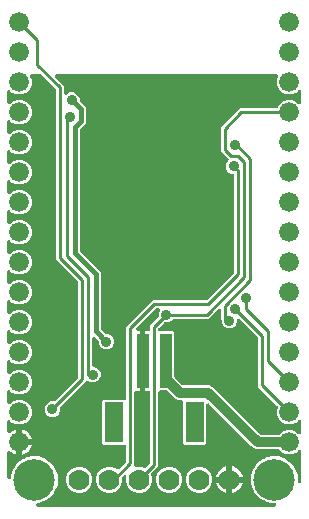
<source format=gbr>
G04 EAGLE Gerber RS-274X export*
G75*
%MOMM*%
%FSLAX34Y34*%
%LPD*%
%INBottom Copper*%
%IPPOS*%
%AMOC8*
5,1,8,0,0,1.08239X$1,22.5*%
G01*
%ADD10C,3.516000*%
%ADD11C,1.778000*%
%ADD12C,1.676400*%
%ADD13R,1.000000X4.600000*%
%ADD14R,1.600000X3.400000*%
%ADD15C,0.906400*%
%ADD16C,0.406400*%
%ADD17C,0.254000*%
%ADD18C,0.812800*%

G36*
X228642Y2546D02*
X228642Y2546D01*
X228719Y2545D01*
X228769Y2549D01*
X228803Y2556D01*
X228839Y2556D01*
X228930Y2579D01*
X228946Y2581D01*
X228964Y2587D01*
X228974Y2589D01*
X229111Y2616D01*
X229143Y2631D01*
X229177Y2639D01*
X229302Y2702D01*
X229429Y2759D01*
X229457Y2780D01*
X229488Y2796D01*
X229595Y2886D01*
X229706Y2970D01*
X229728Y2998D01*
X229755Y3020D01*
X229839Y3132D01*
X229927Y3239D01*
X229943Y3271D01*
X229964Y3299D01*
X230020Y3427D01*
X230082Y3551D01*
X230090Y3586D01*
X230105Y3618D01*
X230130Y3755D01*
X230162Y3891D01*
X230162Y3926D01*
X230169Y3961D01*
X230163Y4100D01*
X230163Y4239D01*
X230155Y4274D01*
X230153Y4309D01*
X230116Y4443D01*
X230084Y4579D01*
X230069Y4610D01*
X230059Y4644D01*
X229992Y4767D01*
X229931Y4892D01*
X229908Y4919D01*
X229891Y4950D01*
X229798Y5053D01*
X229710Y5161D01*
X229682Y5183D01*
X229658Y5209D01*
X229544Y5289D01*
X229434Y5374D01*
X229402Y5388D01*
X229373Y5408D01*
X229243Y5460D01*
X229116Y5518D01*
X229082Y5525D01*
X229049Y5538D01*
X228809Y5583D01*
X226942Y5779D01*
X226893Y5778D01*
X226783Y5787D01*
X224699Y5787D01*
X224167Y6008D01*
X224074Y6034D01*
X223984Y6070D01*
X223879Y6090D01*
X223832Y6103D01*
X223799Y6105D01*
X223743Y6115D01*
X222380Y6258D01*
X219468Y7940D01*
X219426Y7958D01*
X219290Y8028D01*
X217490Y8773D01*
X216902Y9361D01*
X216842Y9409D01*
X216788Y9465D01*
X216666Y9549D01*
X216629Y9578D01*
X216611Y9586D01*
X216586Y9604D01*
X215133Y10443D01*
X213376Y12861D01*
X213368Y12870D01*
X213220Y13043D01*
X211973Y14290D01*
X211559Y15290D01*
X211531Y15340D01*
X211512Y15394D01*
X211481Y15444D01*
X211479Y15447D01*
X211473Y15456D01*
X211399Y15579D01*
X211390Y15595D01*
X211387Y15597D01*
X211384Y15602D01*
X210213Y17214D01*
X209664Y19798D01*
X209658Y19815D01*
X209656Y19832D01*
X209581Y20065D01*
X208987Y21499D01*
X208987Y22822D01*
X208983Y22859D01*
X208985Y22896D01*
X208954Y23139D01*
X208473Y25400D01*
X208954Y27661D01*
X208958Y27698D01*
X208968Y27734D01*
X208987Y27978D01*
X208987Y29301D01*
X209581Y30735D01*
X209586Y30752D01*
X209594Y30767D01*
X209664Y31002D01*
X210213Y33586D01*
X211384Y35198D01*
X211412Y35247D01*
X211448Y35292D01*
X211546Y35485D01*
X211555Y35501D01*
X211556Y35505D01*
X211559Y35510D01*
X211973Y36510D01*
X213220Y37757D01*
X213228Y37766D01*
X213376Y37939D01*
X215133Y40357D01*
X216586Y41196D01*
X216648Y41242D01*
X216716Y41280D01*
X216828Y41376D01*
X216866Y41404D01*
X216879Y41419D01*
X216902Y41439D01*
X217490Y42027D01*
X219290Y42772D01*
X219330Y42795D01*
X219468Y42860D01*
X222380Y44542D01*
X223743Y44685D01*
X223838Y44706D01*
X223934Y44717D01*
X224036Y44750D01*
X224084Y44761D01*
X224114Y44775D01*
X224167Y44792D01*
X224699Y45013D01*
X226783Y45013D01*
X226832Y45018D01*
X226942Y45021D01*
X230704Y45416D01*
X231717Y45087D01*
X231831Y45064D01*
X231944Y45032D01*
X232018Y45026D01*
X232058Y45018D01*
X232103Y45020D01*
X232188Y45013D01*
X232501Y45013D01*
X234465Y44199D01*
X234506Y44188D01*
X234577Y44158D01*
X238663Y42830D01*
X239230Y42320D01*
X239341Y42241D01*
X239448Y42156D01*
X239490Y42135D01*
X239514Y42118D01*
X239560Y42099D01*
X239666Y42045D01*
X239710Y42027D01*
X241075Y40661D01*
X241099Y40642D01*
X241133Y40607D01*
X244883Y37230D01*
X245070Y36810D01*
X245150Y36675D01*
X245184Y36614D01*
X245530Y35778D01*
X245538Y35764D01*
X245546Y35741D01*
X248287Y29585D01*
X248287Y23800D01*
X248300Y23686D01*
X248304Y23572D01*
X248320Y23514D01*
X248327Y23454D01*
X248365Y23346D01*
X248396Y23235D01*
X248424Y23182D01*
X248444Y23126D01*
X248507Y23030D01*
X248561Y22928D01*
X248601Y22884D01*
X248633Y22833D01*
X248716Y22753D01*
X248792Y22667D01*
X248841Y22633D01*
X248884Y22591D01*
X248983Y22532D01*
X249076Y22466D01*
X249132Y22443D01*
X249183Y22412D01*
X249292Y22377D01*
X249399Y22334D01*
X249458Y22324D01*
X249515Y22306D01*
X249629Y22297D01*
X249743Y22279D01*
X249803Y22283D01*
X249862Y22278D01*
X249976Y22295D01*
X250090Y22303D01*
X250148Y22321D01*
X250207Y22330D01*
X250314Y22372D01*
X250423Y22406D01*
X250475Y22436D01*
X250531Y22458D01*
X250625Y22524D01*
X250724Y22582D01*
X250768Y22623D01*
X250817Y22657D01*
X250894Y22742D01*
X250977Y22821D01*
X251010Y22872D01*
X251050Y22916D01*
X251106Y23017D01*
X251169Y23112D01*
X251190Y23169D01*
X251219Y23221D01*
X251250Y23332D01*
X251290Y23439D01*
X251302Y23516D01*
X251314Y23557D01*
X251319Y23619D01*
X251329Y23681D01*
X251455Y25280D01*
X251453Y25323D01*
X251459Y25400D01*
X251459Y48903D01*
X251448Y49003D01*
X251446Y49103D01*
X251428Y49176D01*
X251419Y49249D01*
X251386Y49344D01*
X251361Y49441D01*
X251327Y49507D01*
X251302Y49577D01*
X251247Y49662D01*
X251201Y49751D01*
X251153Y49808D01*
X251113Y49870D01*
X251041Y49940D01*
X250976Y50017D01*
X250916Y50061D01*
X250862Y50112D01*
X250776Y50164D01*
X250695Y50224D01*
X250627Y50253D01*
X250563Y50291D01*
X250467Y50322D01*
X250375Y50362D01*
X250302Y50375D01*
X250231Y50398D01*
X250131Y50406D01*
X250032Y50423D01*
X249958Y50420D01*
X249884Y50426D01*
X249784Y50411D01*
X249684Y50405D01*
X249613Y50385D01*
X249539Y50374D01*
X249446Y50337D01*
X249349Y50309D01*
X249284Y50273D01*
X249215Y50245D01*
X249133Y50188D01*
X249045Y50139D01*
X248969Y50074D01*
X248929Y50046D01*
X248905Y50020D01*
X248859Y49980D01*
X247199Y48321D01*
X243372Y46735D01*
X239228Y46735D01*
X235400Y48321D01*
X233114Y50607D01*
X233015Y50686D01*
X232921Y50770D01*
X232879Y50794D01*
X232841Y50824D01*
X232727Y50878D01*
X232616Y50939D01*
X232570Y50952D01*
X232526Y50973D01*
X232403Y50999D01*
X232281Y51034D01*
X232220Y51039D01*
X232185Y51046D01*
X232137Y51045D01*
X232037Y51053D01*
X213417Y51053D01*
X211176Y51981D01*
X209247Y53911D01*
X173633Y89525D01*
X173555Y89587D01*
X173482Y89657D01*
X173418Y89695D01*
X173360Y89741D01*
X173269Y89784D01*
X173183Y89836D01*
X173112Y89859D01*
X173045Y89890D01*
X172947Y89911D01*
X172851Y89942D01*
X172777Y89948D01*
X172704Y89964D01*
X172604Y89962D01*
X172504Y89970D01*
X172430Y89959D01*
X172356Y89958D01*
X172259Y89933D01*
X172159Y89918D01*
X172090Y89891D01*
X172018Y89873D01*
X171928Y89827D01*
X171835Y89790D01*
X171774Y89747D01*
X171708Y89713D01*
X171631Y89648D01*
X171549Y89591D01*
X171499Y89536D01*
X171443Y89487D01*
X171383Y89406D01*
X171316Y89332D01*
X171280Y89267D01*
X171235Y89207D01*
X171196Y89115D01*
X171147Y89027D01*
X171127Y88955D01*
X171097Y88887D01*
X171080Y88788D01*
X171052Y88692D01*
X171044Y88591D01*
X171036Y88544D01*
X171038Y88508D01*
X171033Y88448D01*
X171033Y56058D01*
X169842Y54867D01*
X152158Y54867D01*
X150967Y56058D01*
X150967Y91440D01*
X150964Y91466D01*
X150966Y91492D01*
X150944Y91639D01*
X150927Y91786D01*
X150919Y91811D01*
X150915Y91837D01*
X150860Y91975D01*
X150810Y92114D01*
X150796Y92136D01*
X150786Y92161D01*
X150701Y92282D01*
X150621Y92407D01*
X150602Y92425D01*
X150587Y92447D01*
X150477Y92546D01*
X150370Y92649D01*
X150348Y92663D01*
X150328Y92680D01*
X150198Y92752D01*
X150071Y92828D01*
X150046Y92836D01*
X150023Y92849D01*
X149880Y92889D01*
X149739Y92934D01*
X149713Y92936D01*
X149688Y92944D01*
X149444Y92963D01*
X147377Y92963D01*
X145136Y93891D01*
X138607Y100421D01*
X138508Y100500D01*
X138414Y100584D01*
X138372Y100608D01*
X138334Y100638D01*
X138220Y100692D01*
X138109Y100753D01*
X138062Y100766D01*
X138019Y100787D01*
X137895Y100813D01*
X137773Y100848D01*
X137713Y100853D01*
X137678Y100860D01*
X137630Y100859D01*
X137530Y100867D01*
X131826Y100867D01*
X131800Y100864D01*
X131774Y100866D01*
X131627Y100844D01*
X131480Y100827D01*
X131455Y100819D01*
X131429Y100815D01*
X131291Y100760D01*
X131152Y100710D01*
X131130Y100696D01*
X131105Y100686D01*
X130984Y100601D01*
X130859Y100521D01*
X130841Y100502D01*
X130819Y100487D01*
X130720Y100377D01*
X130617Y100270D01*
X130603Y100248D01*
X130586Y100228D01*
X130514Y100098D01*
X130438Y99971D01*
X130430Y99946D01*
X130417Y99923D01*
X130377Y99780D01*
X130332Y99639D01*
X130330Y99613D01*
X130322Y99588D01*
X130303Y99344D01*
X130303Y36732D01*
X127922Y34351D01*
X124748Y31177D01*
X124700Y31117D01*
X124645Y31064D01*
X124592Y30981D01*
X124531Y30904D01*
X124498Y30835D01*
X124457Y30770D01*
X124424Y30678D01*
X124382Y30589D01*
X124366Y30514D01*
X124340Y30442D01*
X124329Y30344D01*
X124309Y30248D01*
X124310Y30172D01*
X124301Y30096D01*
X124313Y29998D01*
X124315Y29900D01*
X124333Y29825D01*
X124342Y29750D01*
X124388Y29608D01*
X124400Y29562D01*
X124408Y29545D01*
X124417Y29517D01*
X125223Y27573D01*
X125223Y23227D01*
X123560Y19213D01*
X120487Y16140D01*
X116473Y14477D01*
X112127Y14477D01*
X108113Y16140D01*
X105040Y19213D01*
X103377Y23227D01*
X103377Y27719D01*
X103366Y27819D01*
X103364Y27919D01*
X103346Y27991D01*
X103337Y28065D01*
X103304Y28160D01*
X103279Y28257D01*
X103245Y28323D01*
X103220Y28393D01*
X103165Y28478D01*
X103119Y28567D01*
X103071Y28624D01*
X103031Y28686D01*
X102959Y28756D01*
X102894Y28832D01*
X102834Y28877D01*
X102780Y28928D01*
X102694Y28980D01*
X102613Y29040D01*
X102545Y29069D01*
X102481Y29107D01*
X102386Y29138D01*
X102293Y29178D01*
X102220Y29191D01*
X102149Y29213D01*
X102049Y29222D01*
X101950Y29239D01*
X101876Y29235D01*
X101802Y29241D01*
X101703Y29227D01*
X101602Y29221D01*
X101531Y29201D01*
X101457Y29190D01*
X101364Y29153D01*
X101267Y29125D01*
X101202Y29088D01*
X101133Y29061D01*
X101051Y29004D01*
X100963Y28955D01*
X100887Y28890D01*
X100847Y28862D01*
X100823Y28836D01*
X100777Y28796D01*
X100269Y28288D01*
X100190Y28189D01*
X100106Y28095D01*
X100082Y28053D01*
X100052Y28015D01*
X99998Y27901D01*
X99937Y27790D01*
X99924Y27744D01*
X99903Y27700D01*
X99877Y27576D01*
X99842Y27455D01*
X99837Y27394D01*
X99830Y27359D01*
X99831Y27311D01*
X99823Y27211D01*
X99823Y23227D01*
X98160Y19213D01*
X95087Y16140D01*
X91073Y14477D01*
X86727Y14477D01*
X82713Y16140D01*
X79640Y19213D01*
X77977Y23227D01*
X77977Y27573D01*
X79640Y31587D01*
X82713Y34660D01*
X86727Y36323D01*
X91073Y36323D01*
X95087Y34660D01*
X95116Y34631D01*
X95137Y34615D01*
X95154Y34595D01*
X95273Y34507D01*
X95389Y34414D01*
X95413Y34403D01*
X95434Y34388D01*
X95570Y34329D01*
X95704Y34266D01*
X95730Y34260D01*
X95754Y34250D01*
X95900Y34223D01*
X96045Y34192D01*
X96071Y34193D01*
X96097Y34188D01*
X96245Y34196D01*
X96393Y34198D01*
X96419Y34204D01*
X96445Y34206D01*
X96587Y34247D01*
X96731Y34283D01*
X96755Y34295D01*
X96780Y34302D01*
X96909Y34375D01*
X97041Y34443D01*
X97061Y34460D01*
X97084Y34473D01*
X97270Y34631D01*
X102931Y40292D01*
X103010Y40391D01*
X103094Y40485D01*
X103118Y40527D01*
X103148Y40565D01*
X103202Y40679D01*
X103263Y40790D01*
X103276Y40836D01*
X103297Y40880D01*
X103323Y41003D01*
X103358Y41125D01*
X103363Y41186D01*
X103370Y41221D01*
X103369Y41269D01*
X103377Y41369D01*
X103377Y53344D01*
X103374Y53370D01*
X103376Y53396D01*
X103354Y53543D01*
X103337Y53690D01*
X103329Y53715D01*
X103325Y53741D01*
X103270Y53879D01*
X103220Y54018D01*
X103206Y54040D01*
X103196Y54065D01*
X103111Y54186D01*
X103031Y54311D01*
X103012Y54329D01*
X102997Y54351D01*
X102887Y54450D01*
X102780Y54553D01*
X102758Y54567D01*
X102738Y54584D01*
X102608Y54656D01*
X102481Y54732D01*
X102456Y54740D01*
X102433Y54753D01*
X102290Y54793D01*
X102149Y54838D01*
X102123Y54840D01*
X102098Y54848D01*
X101854Y54867D01*
X84158Y54867D01*
X82967Y56058D01*
X82967Y91742D01*
X84158Y92933D01*
X101854Y92933D01*
X101880Y92936D01*
X101906Y92934D01*
X102053Y92956D01*
X102200Y92973D01*
X102225Y92981D01*
X102251Y92985D01*
X102389Y93040D01*
X102528Y93090D01*
X102550Y93104D01*
X102575Y93114D01*
X102696Y93199D01*
X102821Y93279D01*
X102839Y93298D01*
X102861Y93313D01*
X102960Y93423D01*
X103063Y93530D01*
X103077Y93552D01*
X103094Y93572D01*
X103166Y93702D01*
X103242Y93829D01*
X103250Y93854D01*
X103263Y93877D01*
X103303Y94020D01*
X103348Y94161D01*
X103350Y94187D01*
X103358Y94212D01*
X103377Y94456D01*
X103377Y155038D01*
X125632Y177293D01*
X170721Y177293D01*
X170847Y177307D01*
X170973Y177314D01*
X171019Y177327D01*
X171067Y177333D01*
X171186Y177375D01*
X171308Y177410D01*
X171350Y177434D01*
X171395Y177450D01*
X171502Y177519D01*
X171612Y177580D01*
X171658Y177620D01*
X171688Y177639D01*
X171722Y177674D01*
X171798Y177739D01*
X194371Y200312D01*
X194450Y200411D01*
X194534Y200505D01*
X194558Y200547D01*
X194588Y200585D01*
X194642Y200699D01*
X194703Y200810D01*
X194716Y200856D01*
X194737Y200900D01*
X194763Y201023D01*
X194798Y201145D01*
X194803Y201206D01*
X194810Y201241D01*
X194809Y201289D01*
X194817Y201389D01*
X194817Y282742D01*
X194814Y282768D01*
X194816Y282794D01*
X194794Y282941D01*
X194777Y283088D01*
X194769Y283113D01*
X194765Y283139D01*
X194710Y283277D01*
X194660Y283416D01*
X194646Y283438D01*
X194636Y283463D01*
X194551Y283584D01*
X194471Y283709D01*
X194452Y283727D01*
X194437Y283749D01*
X194327Y283848D01*
X194220Y283951D01*
X194198Y283965D01*
X194178Y283982D01*
X194048Y284054D01*
X193921Y284130D01*
X193896Y284138D01*
X193873Y284151D01*
X193730Y284191D01*
X193589Y284236D01*
X193563Y284238D01*
X193538Y284246D01*
X193294Y284265D01*
X193004Y284265D01*
X190591Y285265D01*
X188745Y287111D01*
X187745Y289524D01*
X187745Y292136D01*
X188745Y294549D01*
X189431Y295235D01*
X189447Y295255D01*
X189467Y295272D01*
X189555Y295392D01*
X189647Y295508D01*
X189658Y295531D01*
X189674Y295552D01*
X189733Y295689D01*
X189796Y295823D01*
X189802Y295848D01*
X189812Y295872D01*
X189838Y296019D01*
X189869Y296163D01*
X189869Y296189D01*
X189874Y296215D01*
X189866Y296364D01*
X189863Y296512D01*
X189857Y296537D01*
X189856Y296563D01*
X189815Y296706D01*
X189778Y296850D01*
X189766Y296873D01*
X189759Y296898D01*
X189687Y297028D01*
X189619Y297160D01*
X189602Y297180D01*
X189589Y297202D01*
X189431Y297389D01*
X188021Y298798D01*
X183387Y303432D01*
X183387Y323948D01*
X185768Y326329D01*
X196911Y337472D01*
X199292Y339853D01*
X230377Y339853D01*
X230453Y339861D01*
X230530Y339860D01*
X230626Y339881D01*
X230724Y339893D01*
X230796Y339918D01*
X230870Y339935D01*
X230959Y339977D01*
X231052Y340010D01*
X231116Y340052D01*
X231185Y340084D01*
X231262Y340146D01*
X231345Y340199D01*
X231398Y340254D01*
X231457Y340302D01*
X231518Y340379D01*
X231587Y340450D01*
X231626Y340515D01*
X231673Y340575D01*
X231742Y340709D01*
X231766Y340749D01*
X231771Y340767D01*
X231785Y340793D01*
X232471Y342450D01*
X235400Y345379D01*
X239228Y346965D01*
X243372Y346965D01*
X247199Y345379D01*
X248859Y343720D01*
X248938Y343657D01*
X249010Y343588D01*
X249074Y343549D01*
X249132Y343503D01*
X249223Y343460D01*
X249309Y343409D01*
X249380Y343386D01*
X249447Y343354D01*
X249545Y343333D01*
X249641Y343302D01*
X249715Y343296D01*
X249788Y343281D01*
X249888Y343283D01*
X249988Y343274D01*
X250062Y343286D01*
X250136Y343287D01*
X250233Y343311D01*
X250333Y343326D01*
X250402Y343354D01*
X250474Y343372D01*
X250563Y343418D01*
X250657Y343455D01*
X250718Y343497D01*
X250784Y343531D01*
X250860Y343597D01*
X250943Y343654D01*
X250993Y343709D01*
X251049Y343757D01*
X251109Y343838D01*
X251176Y343913D01*
X251212Y343978D01*
X251257Y344038D01*
X251296Y344130D01*
X251345Y344218D01*
X251365Y344289D01*
X251395Y344358D01*
X251412Y344456D01*
X251440Y344553D01*
X251448Y344653D01*
X251456Y344701D01*
X251454Y344736D01*
X251459Y344797D01*
X251459Y353703D01*
X251448Y353803D01*
X251446Y353903D01*
X251428Y353976D01*
X251419Y354049D01*
X251386Y354144D01*
X251361Y354241D01*
X251327Y354307D01*
X251302Y354377D01*
X251247Y354462D01*
X251201Y354551D01*
X251153Y354608D01*
X251113Y354670D01*
X251041Y354740D01*
X250976Y354817D01*
X250916Y354861D01*
X250862Y354912D01*
X250776Y354964D01*
X250695Y355024D01*
X250627Y355053D01*
X250563Y355091D01*
X250467Y355122D01*
X250375Y355162D01*
X250302Y355175D01*
X250231Y355198D01*
X250131Y355206D01*
X250032Y355223D01*
X249958Y355220D01*
X249884Y355226D01*
X249784Y355211D01*
X249684Y355205D01*
X249613Y355185D01*
X249539Y355174D01*
X249446Y355137D01*
X249349Y355109D01*
X249284Y355073D01*
X249215Y355045D01*
X249133Y354988D01*
X249045Y354939D01*
X248969Y354874D01*
X248929Y354846D01*
X248905Y354820D01*
X248859Y354780D01*
X247199Y353121D01*
X243372Y351535D01*
X239228Y351535D01*
X235400Y353121D01*
X232471Y356050D01*
X230885Y359878D01*
X230885Y364022D01*
X231890Y366447D01*
X231931Y366592D01*
X231977Y366735D01*
X231979Y366759D01*
X231986Y366782D01*
X231993Y366933D01*
X232005Y367082D01*
X232001Y367106D01*
X232003Y367130D01*
X231976Y367278D01*
X231953Y367427D01*
X231944Y367449D01*
X231940Y367473D01*
X231880Y367611D01*
X231825Y367751D01*
X231811Y367771D01*
X231801Y367793D01*
X231711Y367914D01*
X231626Y368037D01*
X231608Y368053D01*
X231593Y368073D01*
X231478Y368170D01*
X231367Y368270D01*
X231346Y368282D01*
X231327Y368298D01*
X231194Y368366D01*
X231062Y368439D01*
X231038Y368445D01*
X231017Y368456D01*
X230872Y368493D01*
X230726Y368534D01*
X230697Y368536D01*
X230679Y368541D01*
X230632Y368541D01*
X230483Y368553D01*
X44290Y368553D01*
X44190Y368542D01*
X44090Y368540D01*
X44018Y368522D01*
X43944Y368513D01*
X43849Y368480D01*
X43752Y368455D01*
X43686Y368421D01*
X43616Y368396D01*
X43531Y368341D01*
X43442Y368295D01*
X43385Y368247D01*
X43323Y368207D01*
X43253Y368135D01*
X43177Y368070D01*
X43132Y368010D01*
X43081Y367956D01*
X43029Y367870D01*
X42969Y367789D01*
X42940Y367721D01*
X42902Y367657D01*
X42871Y367561D01*
X42831Y367469D01*
X42818Y367396D01*
X42796Y367325D01*
X42788Y367225D01*
X42770Y367126D01*
X42774Y367052D01*
X42768Y366978D01*
X42783Y366878D01*
X42788Y366778D01*
X42808Y366707D01*
X42819Y366633D01*
X42856Y366540D01*
X42884Y366443D01*
X42921Y366378D01*
X42948Y366309D01*
X43005Y366227D01*
X43054Y366139D01*
X43119Y366063D01*
X43147Y366023D01*
X43173Y365999D01*
X43213Y365953D01*
X50293Y358873D01*
X50293Y352814D01*
X50304Y352714D01*
X50306Y352614D01*
X50324Y352542D01*
X50333Y352468D01*
X50366Y352373D01*
X50391Y352276D01*
X50425Y352210D01*
X50450Y352140D01*
X50505Y352055D01*
X50551Y351966D01*
X50599Y351909D01*
X50639Y351847D01*
X50711Y351777D01*
X50776Y351701D01*
X50836Y351657D01*
X50890Y351605D01*
X50976Y351553D01*
X51057Y351494D01*
X51125Y351464D01*
X51189Y351426D01*
X51284Y351395D01*
X51377Y351356D01*
X51450Y351342D01*
X51521Y351320D01*
X51621Y351312D01*
X51720Y351294D01*
X51794Y351298D01*
X51868Y351292D01*
X51967Y351307D01*
X52068Y351312D01*
X52139Y351332D01*
X52213Y351343D01*
X52306Y351381D01*
X52403Y351408D01*
X52468Y351445D01*
X52537Y351472D01*
X52619Y351529D01*
X52707Y351579D01*
X52783Y351644D01*
X52823Y351671D01*
X52847Y351698D01*
X52893Y351737D01*
X53431Y352275D01*
X55844Y353275D01*
X58456Y353275D01*
X60869Y352275D01*
X62715Y350429D01*
X63715Y348016D01*
X63715Y346525D01*
X63729Y346399D01*
X63736Y346273D01*
X63749Y346226D01*
X63755Y346178D01*
X63797Y346059D01*
X63832Y345938D01*
X63856Y345896D01*
X63872Y345850D01*
X63941Y345744D01*
X64002Y345634D01*
X64042Y345588D01*
X64061Y345558D01*
X64096Y345524D01*
X64161Y345448D01*
X68835Y340774D01*
X68835Y327246D01*
X64201Y322612D01*
X64122Y322513D01*
X64038Y322420D01*
X64014Y322377D01*
X63984Y322339D01*
X63930Y322225D01*
X63869Y322115D01*
X63856Y322068D01*
X63835Y322024D01*
X63809Y321901D01*
X63774Y321779D01*
X63769Y321718D01*
X63762Y321684D01*
X63763Y321636D01*
X63755Y321535D01*
X63755Y219485D01*
X63769Y219359D01*
X63776Y219233D01*
X63789Y219186D01*
X63795Y219138D01*
X63837Y219019D01*
X63872Y218898D01*
X63896Y218856D01*
X63912Y218810D01*
X63981Y218704D01*
X64042Y218594D01*
X64082Y218548D01*
X64101Y218518D01*
X64136Y218484D01*
X64201Y218408D01*
X81535Y201074D01*
X81535Y153445D01*
X81549Y153319D01*
X81556Y153193D01*
X81569Y153146D01*
X81575Y153098D01*
X81617Y152979D01*
X81652Y152858D01*
X81676Y152816D01*
X81692Y152770D01*
X81761Y152664D01*
X81822Y152554D01*
X81862Y152508D01*
X81881Y152478D01*
X81916Y152444D01*
X81981Y152368D01*
X85098Y149251D01*
X85197Y149172D01*
X85290Y149088D01*
X85333Y149064D01*
X85371Y149034D01*
X85485Y148980D01*
X85595Y148919D01*
X85642Y148906D01*
X85686Y148885D01*
X85809Y148859D01*
X85931Y148824D01*
X85992Y148819D01*
X86026Y148812D01*
X86074Y148813D01*
X86175Y148805D01*
X87666Y148805D01*
X90079Y147805D01*
X91925Y145959D01*
X92925Y143546D01*
X92925Y140934D01*
X91925Y138521D01*
X90079Y136675D01*
X87666Y135675D01*
X85054Y135675D01*
X82641Y136675D01*
X80795Y138521D01*
X79795Y140934D01*
X79795Y142425D01*
X79781Y142551D01*
X79774Y142677D01*
X79761Y142724D01*
X79755Y142772D01*
X79713Y142891D01*
X79678Y143012D01*
X79654Y143054D01*
X79638Y143100D01*
X79569Y143206D01*
X79508Y143316D01*
X79468Y143362D01*
X79449Y143392D01*
X79414Y143426D01*
X79349Y143502D01*
X77023Y145829D01*
X76945Y145891D01*
X76872Y145961D01*
X76808Y145999D01*
X76750Y146045D01*
X76659Y146088D01*
X76573Y146140D01*
X76502Y146162D01*
X76435Y146194D01*
X76337Y146215D01*
X76241Y146246D01*
X76167Y146252D01*
X76094Y146267D01*
X75994Y146266D01*
X75894Y146274D01*
X75820Y146263D01*
X75746Y146261D01*
X75649Y146237D01*
X75549Y146222D01*
X75480Y146195D01*
X75408Y146176D01*
X75319Y146130D01*
X75225Y146093D01*
X75164Y146051D01*
X75098Y146017D01*
X75022Y145952D01*
X74939Y145894D01*
X74889Y145839D01*
X74833Y145791D01*
X74773Y145710D01*
X74706Y145636D01*
X74670Y145571D01*
X74625Y145511D01*
X74586Y145418D01*
X74537Y145331D01*
X74517Y145259D01*
X74487Y145191D01*
X74470Y145092D01*
X74442Y144995D01*
X74434Y144895D01*
X74426Y144848D01*
X74428Y144812D01*
X74423Y144751D01*
X74423Y122388D01*
X74426Y122362D01*
X74424Y122336D01*
X74446Y122189D01*
X74463Y122042D01*
X74471Y122017D01*
X74475Y121991D01*
X74530Y121853D01*
X74580Y121714D01*
X74594Y121692D01*
X74604Y121667D01*
X74689Y121546D01*
X74769Y121421D01*
X74788Y121403D01*
X74803Y121381D01*
X74913Y121282D01*
X75020Y121179D01*
X75042Y121165D01*
X75062Y121148D01*
X75192Y121076D01*
X75319Y121000D01*
X75344Y120992D01*
X75367Y120979D01*
X75510Y120939D01*
X75651Y120894D01*
X75677Y120892D01*
X75702Y120884D01*
X75946Y120865D01*
X76236Y120865D01*
X78649Y119865D01*
X80495Y118019D01*
X81495Y115606D01*
X81495Y112994D01*
X80495Y110581D01*
X78649Y108735D01*
X76236Y107735D01*
X73624Y107735D01*
X71211Y108735D01*
X71161Y108785D01*
X71140Y108802D01*
X71123Y108822D01*
X71004Y108910D01*
X70888Y109002D01*
X70864Y109013D01*
X70843Y109029D01*
X70706Y109088D01*
X70572Y109151D01*
X70547Y109157D01*
X70523Y109167D01*
X70377Y109193D01*
X70232Y109224D01*
X70206Y109224D01*
X70180Y109229D01*
X70032Y109221D01*
X69883Y109219D01*
X69858Y109212D01*
X69832Y109211D01*
X69689Y109170D01*
X69545Y109134D01*
X69522Y109121D01*
X69497Y109114D01*
X69368Y109042D01*
X69236Y108974D01*
X69216Y108957D01*
X69193Y108944D01*
X69006Y108786D01*
X47651Y87430D01*
X47572Y87331D01*
X47488Y87237D01*
X47464Y87195D01*
X47434Y87157D01*
X47380Y87043D01*
X47319Y86932D01*
X47306Y86886D01*
X47285Y86842D01*
X47259Y86719D01*
X47224Y86597D01*
X47219Y86536D01*
X47212Y86501D01*
X47213Y86453D01*
X47205Y86353D01*
X47205Y83784D01*
X46205Y81371D01*
X44359Y79525D01*
X41946Y78525D01*
X39334Y78525D01*
X36921Y79525D01*
X35075Y81371D01*
X34075Y83784D01*
X34075Y86396D01*
X35075Y88809D01*
X36921Y90655D01*
X39334Y91655D01*
X41903Y91655D01*
X42029Y91669D01*
X42155Y91676D01*
X42201Y91689D01*
X42249Y91695D01*
X42368Y91737D01*
X42490Y91772D01*
X42532Y91796D01*
X42577Y91812D01*
X42684Y91881D01*
X42794Y91942D01*
X42840Y91982D01*
X42870Y92001D01*
X42904Y92036D01*
X42980Y92101D01*
X62291Y111412D01*
X62370Y111511D01*
X62454Y111605D01*
X62478Y111647D01*
X62508Y111685D01*
X62562Y111799D01*
X62623Y111910D01*
X62636Y111956D01*
X62657Y112000D01*
X62683Y112123D01*
X62718Y112245D01*
X62723Y112306D01*
X62730Y112341D01*
X62729Y112389D01*
X62737Y112489D01*
X62737Y192311D01*
X62723Y192437D01*
X62716Y192563D01*
X62703Y192609D01*
X62697Y192657D01*
X62655Y192776D01*
X62620Y192898D01*
X62596Y192940D01*
X62580Y192985D01*
X62511Y193092D01*
X62450Y193202D01*
X62410Y193248D01*
X62391Y193278D01*
X62356Y193312D01*
X62291Y193388D01*
X43687Y211992D01*
X43687Y355506D01*
X43673Y355632D01*
X43666Y355758D01*
X43653Y355804D01*
X43647Y355852D01*
X43605Y355971D01*
X43570Y356093D01*
X43546Y356135D01*
X43530Y356180D01*
X43461Y356287D01*
X43400Y356397D01*
X43360Y356443D01*
X43341Y356473D01*
X43306Y356507D01*
X43241Y356583D01*
X31717Y368107D01*
X31618Y368186D01*
X31524Y368270D01*
X31482Y368294D01*
X31444Y368324D01*
X31330Y368378D01*
X31219Y368439D01*
X31173Y368452D01*
X31129Y368473D01*
X31006Y368499D01*
X30884Y368534D01*
X30823Y368539D01*
X30788Y368546D01*
X30740Y368545D01*
X30640Y368553D01*
X23517Y368553D01*
X23368Y368536D01*
X23218Y368524D01*
X23195Y368516D01*
X23171Y368513D01*
X23030Y368463D01*
X22887Y368417D01*
X22866Y368404D01*
X22843Y368396D01*
X22717Y368314D01*
X22588Y368237D01*
X22571Y368220D01*
X22550Y368207D01*
X22446Y368099D01*
X22338Y367994D01*
X22325Y367974D01*
X22308Y367956D01*
X22231Y367827D01*
X22150Y367701D01*
X22142Y367678D01*
X22129Y367657D01*
X22084Y367514D01*
X22033Y367372D01*
X22030Y367348D01*
X22023Y367325D01*
X22011Y367176D01*
X21994Y367026D01*
X21997Y367002D01*
X21995Y366978D01*
X22017Y366829D01*
X22035Y366680D01*
X22044Y366652D01*
X22047Y366633D01*
X22064Y366589D01*
X22110Y366447D01*
X23115Y364022D01*
X23115Y359878D01*
X21529Y356050D01*
X18600Y353121D01*
X14772Y351535D01*
X10628Y351535D01*
X6801Y353121D01*
X5141Y354780D01*
X5062Y354843D01*
X4990Y354912D01*
X4926Y354951D01*
X4868Y354997D01*
X4777Y355040D01*
X4691Y355091D01*
X4620Y355114D01*
X4553Y355146D01*
X4455Y355167D01*
X4359Y355198D01*
X4285Y355204D01*
X4212Y355219D01*
X4112Y355217D01*
X4012Y355226D01*
X3938Y355214D01*
X3864Y355213D01*
X3767Y355189D01*
X3667Y355174D01*
X3598Y355146D01*
X3526Y355128D01*
X3437Y355082D01*
X3343Y355045D01*
X3282Y355003D01*
X3216Y354969D01*
X3140Y354903D01*
X3057Y354846D01*
X3007Y354791D01*
X2951Y354743D01*
X2891Y354662D01*
X2824Y354587D01*
X2788Y354522D01*
X2743Y354462D01*
X2704Y354370D01*
X2655Y354282D01*
X2635Y354211D01*
X2605Y354142D01*
X2588Y354044D01*
X2560Y353947D01*
X2552Y353847D01*
X2544Y353799D01*
X2546Y353764D01*
X2541Y353703D01*
X2541Y344797D01*
X2552Y344697D01*
X2554Y344597D01*
X2572Y344524D01*
X2581Y344451D01*
X2614Y344356D01*
X2639Y344259D01*
X2673Y344193D01*
X2698Y344123D01*
X2753Y344038D01*
X2799Y343949D01*
X2847Y343892D01*
X2887Y343830D01*
X2959Y343760D01*
X3024Y343683D01*
X3084Y343639D01*
X3138Y343588D01*
X3224Y343536D01*
X3305Y343476D01*
X3373Y343447D01*
X3437Y343409D01*
X3533Y343378D01*
X3625Y343338D01*
X3698Y343325D01*
X3769Y343302D01*
X3869Y343294D01*
X3968Y343277D01*
X4042Y343280D01*
X4116Y343274D01*
X4216Y343289D01*
X4316Y343295D01*
X4387Y343315D01*
X4461Y343326D01*
X4554Y343363D01*
X4651Y343391D01*
X4716Y343427D01*
X4785Y343455D01*
X4867Y343512D01*
X4955Y343561D01*
X5031Y343626D01*
X5071Y343654D01*
X5095Y343680D01*
X5141Y343720D01*
X6801Y345379D01*
X10628Y346965D01*
X14772Y346965D01*
X18600Y345379D01*
X21529Y342450D01*
X23115Y338622D01*
X23115Y334478D01*
X21529Y330650D01*
X18600Y327721D01*
X14772Y326135D01*
X10628Y326135D01*
X6801Y327721D01*
X5141Y329380D01*
X5062Y329443D01*
X4990Y329512D01*
X4926Y329551D01*
X4868Y329597D01*
X4777Y329640D01*
X4691Y329691D01*
X4620Y329714D01*
X4553Y329746D01*
X4455Y329767D01*
X4359Y329798D01*
X4285Y329804D01*
X4212Y329819D01*
X4112Y329817D01*
X4012Y329826D01*
X3938Y329814D01*
X3864Y329813D01*
X3767Y329789D01*
X3667Y329774D01*
X3598Y329746D01*
X3526Y329728D01*
X3437Y329682D01*
X3343Y329645D01*
X3282Y329603D01*
X3216Y329569D01*
X3140Y329503D01*
X3057Y329446D01*
X3007Y329391D01*
X2951Y329343D01*
X2891Y329262D01*
X2824Y329187D01*
X2788Y329122D01*
X2743Y329062D01*
X2704Y328970D01*
X2655Y328882D01*
X2635Y328811D01*
X2605Y328742D01*
X2588Y328644D01*
X2560Y328547D01*
X2552Y328447D01*
X2544Y328399D01*
X2546Y328364D01*
X2541Y328303D01*
X2541Y319397D01*
X2552Y319297D01*
X2554Y319197D01*
X2572Y319124D01*
X2581Y319051D01*
X2614Y318956D01*
X2639Y318859D01*
X2673Y318793D01*
X2698Y318723D01*
X2753Y318638D01*
X2799Y318549D01*
X2847Y318492D01*
X2887Y318430D01*
X2959Y318360D01*
X3024Y318283D01*
X3084Y318239D01*
X3138Y318188D01*
X3224Y318136D01*
X3305Y318076D01*
X3373Y318047D01*
X3437Y318009D01*
X3533Y317978D01*
X3625Y317938D01*
X3698Y317925D01*
X3769Y317902D01*
X3869Y317894D01*
X3968Y317877D01*
X4042Y317880D01*
X4116Y317874D01*
X4216Y317889D01*
X4316Y317895D01*
X4387Y317915D01*
X4461Y317926D01*
X4554Y317963D01*
X4651Y317991D01*
X4716Y318027D01*
X4785Y318055D01*
X4867Y318112D01*
X4955Y318161D01*
X5031Y318226D01*
X5071Y318254D01*
X5095Y318280D01*
X5141Y318320D01*
X6801Y319979D01*
X10628Y321565D01*
X14772Y321565D01*
X18600Y319979D01*
X21529Y317050D01*
X23115Y313222D01*
X23115Y309078D01*
X21529Y305250D01*
X18600Y302321D01*
X14772Y300735D01*
X10628Y300735D01*
X6801Y302321D01*
X5141Y303980D01*
X5062Y304043D01*
X4990Y304112D01*
X4926Y304151D01*
X4868Y304197D01*
X4777Y304240D01*
X4691Y304291D01*
X4620Y304314D01*
X4553Y304346D01*
X4455Y304367D01*
X4359Y304398D01*
X4285Y304404D01*
X4212Y304419D01*
X4112Y304417D01*
X4012Y304426D01*
X3938Y304414D01*
X3864Y304413D01*
X3767Y304389D01*
X3667Y304374D01*
X3598Y304346D01*
X3526Y304328D01*
X3437Y304282D01*
X3343Y304245D01*
X3282Y304203D01*
X3216Y304169D01*
X3140Y304103D01*
X3057Y304046D01*
X3007Y303991D01*
X2951Y303943D01*
X2891Y303862D01*
X2824Y303787D01*
X2788Y303722D01*
X2743Y303662D01*
X2704Y303570D01*
X2655Y303482D01*
X2635Y303411D01*
X2605Y303342D01*
X2588Y303244D01*
X2560Y303147D01*
X2552Y303047D01*
X2544Y302999D01*
X2546Y302964D01*
X2541Y302903D01*
X2541Y293997D01*
X2552Y293897D01*
X2554Y293797D01*
X2572Y293724D01*
X2581Y293651D01*
X2614Y293556D01*
X2639Y293459D01*
X2673Y293393D01*
X2698Y293323D01*
X2753Y293238D01*
X2799Y293149D01*
X2847Y293092D01*
X2887Y293030D01*
X2959Y292960D01*
X3024Y292883D01*
X3084Y292839D01*
X3138Y292788D01*
X3224Y292736D01*
X3305Y292676D01*
X3373Y292647D01*
X3437Y292609D01*
X3533Y292578D01*
X3625Y292538D01*
X3698Y292525D01*
X3769Y292502D01*
X3869Y292494D01*
X3968Y292477D01*
X4042Y292480D01*
X4116Y292474D01*
X4216Y292489D01*
X4316Y292495D01*
X4387Y292515D01*
X4461Y292526D01*
X4554Y292563D01*
X4651Y292591D01*
X4716Y292627D01*
X4785Y292655D01*
X4867Y292712D01*
X4955Y292761D01*
X5031Y292826D01*
X5071Y292854D01*
X5095Y292880D01*
X5141Y292920D01*
X6801Y294579D01*
X10628Y296165D01*
X14772Y296165D01*
X18600Y294579D01*
X21529Y291650D01*
X23115Y287822D01*
X23115Y283678D01*
X21529Y279850D01*
X18600Y276921D01*
X14772Y275335D01*
X10628Y275335D01*
X6801Y276921D01*
X5141Y278580D01*
X5062Y278643D01*
X4990Y278712D01*
X4926Y278751D01*
X4868Y278797D01*
X4777Y278840D01*
X4691Y278891D01*
X4620Y278914D01*
X4553Y278946D01*
X4455Y278967D01*
X4359Y278998D01*
X4285Y279004D01*
X4212Y279019D01*
X4112Y279017D01*
X4012Y279026D01*
X3938Y279014D01*
X3864Y279013D01*
X3767Y278989D01*
X3667Y278974D01*
X3598Y278946D01*
X3526Y278928D01*
X3437Y278882D01*
X3343Y278845D01*
X3282Y278803D01*
X3216Y278769D01*
X3140Y278703D01*
X3057Y278646D01*
X3007Y278591D01*
X2951Y278543D01*
X2891Y278462D01*
X2824Y278387D01*
X2788Y278322D01*
X2743Y278262D01*
X2704Y278170D01*
X2655Y278082D01*
X2635Y278011D01*
X2605Y277942D01*
X2588Y277844D01*
X2560Y277747D01*
X2552Y277647D01*
X2544Y277599D01*
X2546Y277564D01*
X2541Y277503D01*
X2541Y268597D01*
X2552Y268497D01*
X2554Y268397D01*
X2572Y268324D01*
X2581Y268251D01*
X2614Y268156D01*
X2639Y268059D01*
X2673Y267993D01*
X2698Y267923D01*
X2753Y267838D01*
X2799Y267749D01*
X2847Y267692D01*
X2887Y267630D01*
X2959Y267560D01*
X3024Y267483D01*
X3084Y267439D01*
X3138Y267388D01*
X3224Y267336D01*
X3305Y267276D01*
X3373Y267247D01*
X3437Y267209D01*
X3533Y267178D01*
X3625Y267138D01*
X3698Y267125D01*
X3769Y267102D01*
X3869Y267094D01*
X3968Y267077D01*
X4042Y267080D01*
X4116Y267074D01*
X4216Y267089D01*
X4316Y267095D01*
X4387Y267115D01*
X4461Y267126D01*
X4554Y267163D01*
X4651Y267191D01*
X4716Y267227D01*
X4785Y267255D01*
X4867Y267312D01*
X4955Y267361D01*
X5031Y267426D01*
X5071Y267454D01*
X5095Y267480D01*
X5141Y267520D01*
X6801Y269179D01*
X10628Y270765D01*
X14772Y270765D01*
X18600Y269179D01*
X21529Y266250D01*
X23115Y262422D01*
X23115Y258278D01*
X21529Y254450D01*
X18600Y251521D01*
X14772Y249935D01*
X10628Y249935D01*
X6801Y251521D01*
X5141Y253180D01*
X5062Y253243D01*
X4990Y253312D01*
X4926Y253351D01*
X4868Y253397D01*
X4777Y253440D01*
X4691Y253491D01*
X4620Y253514D01*
X4553Y253546D01*
X4455Y253567D01*
X4359Y253598D01*
X4285Y253604D01*
X4212Y253619D01*
X4112Y253617D01*
X4012Y253626D01*
X3938Y253614D01*
X3864Y253613D01*
X3767Y253589D01*
X3667Y253574D01*
X3598Y253546D01*
X3526Y253528D01*
X3437Y253482D01*
X3343Y253445D01*
X3282Y253403D01*
X3216Y253369D01*
X3140Y253303D01*
X3057Y253246D01*
X3007Y253191D01*
X2951Y253143D01*
X2891Y253062D01*
X2824Y252987D01*
X2788Y252922D01*
X2743Y252862D01*
X2704Y252770D01*
X2655Y252682D01*
X2635Y252611D01*
X2605Y252542D01*
X2588Y252444D01*
X2560Y252347D01*
X2552Y252247D01*
X2544Y252199D01*
X2546Y252164D01*
X2541Y252103D01*
X2541Y243197D01*
X2543Y243178D01*
X2542Y243162D01*
X2552Y243091D01*
X2554Y242997D01*
X2572Y242924D01*
X2581Y242851D01*
X2614Y242756D01*
X2639Y242659D01*
X2673Y242593D01*
X2698Y242523D01*
X2753Y242438D01*
X2799Y242349D01*
X2847Y242292D01*
X2887Y242230D01*
X2959Y242160D01*
X3024Y242083D01*
X3084Y242039D01*
X3138Y241988D01*
X3224Y241936D01*
X3305Y241876D01*
X3373Y241847D01*
X3437Y241809D01*
X3533Y241778D01*
X3625Y241738D01*
X3698Y241725D01*
X3769Y241702D01*
X3869Y241694D01*
X3968Y241677D01*
X4042Y241680D01*
X4116Y241674D01*
X4216Y241689D01*
X4316Y241695D01*
X4387Y241715D01*
X4461Y241726D01*
X4554Y241763D01*
X4651Y241791D01*
X4716Y241827D01*
X4785Y241855D01*
X4867Y241912D01*
X4955Y241961D01*
X5031Y242026D01*
X5049Y242037D01*
X5051Y242040D01*
X5071Y242054D01*
X5095Y242080D01*
X5141Y242120D01*
X6801Y243779D01*
X10628Y245365D01*
X14772Y245365D01*
X18600Y243779D01*
X21529Y240850D01*
X23115Y237022D01*
X23115Y232878D01*
X21529Y229050D01*
X18600Y226121D01*
X14772Y224535D01*
X10628Y224535D01*
X6801Y226121D01*
X5141Y227780D01*
X5062Y227843D01*
X4990Y227912D01*
X4926Y227951D01*
X4868Y227997D01*
X4777Y228040D01*
X4691Y228091D01*
X4620Y228114D01*
X4553Y228146D01*
X4455Y228167D01*
X4359Y228198D01*
X4285Y228204D01*
X4212Y228219D01*
X4112Y228217D01*
X4012Y228226D01*
X3938Y228214D01*
X3864Y228213D01*
X3767Y228189D01*
X3667Y228174D01*
X3598Y228146D01*
X3526Y228128D01*
X3437Y228082D01*
X3343Y228045D01*
X3282Y228003D01*
X3216Y227969D01*
X3140Y227903D01*
X3057Y227846D01*
X3007Y227791D01*
X2951Y227743D01*
X2891Y227662D01*
X2824Y227587D01*
X2788Y227522D01*
X2743Y227462D01*
X2704Y227370D01*
X2655Y227282D01*
X2635Y227211D01*
X2605Y227142D01*
X2588Y227044D01*
X2560Y226947D01*
X2552Y226847D01*
X2544Y226799D01*
X2546Y226764D01*
X2541Y226703D01*
X2541Y217797D01*
X2552Y217697D01*
X2554Y217597D01*
X2572Y217524D01*
X2581Y217451D01*
X2614Y217356D01*
X2639Y217259D01*
X2673Y217193D01*
X2698Y217123D01*
X2753Y217038D01*
X2799Y216949D01*
X2847Y216892D01*
X2887Y216830D01*
X2959Y216760D01*
X3024Y216683D01*
X3084Y216639D01*
X3138Y216588D01*
X3224Y216536D01*
X3305Y216476D01*
X3373Y216447D01*
X3437Y216409D01*
X3533Y216378D01*
X3625Y216338D01*
X3698Y216325D01*
X3769Y216302D01*
X3869Y216294D01*
X3968Y216277D01*
X4042Y216280D01*
X4116Y216274D01*
X4216Y216289D01*
X4316Y216295D01*
X4387Y216315D01*
X4461Y216326D01*
X4554Y216363D01*
X4651Y216391D01*
X4716Y216427D01*
X4785Y216455D01*
X4867Y216512D01*
X4955Y216561D01*
X5031Y216626D01*
X5071Y216654D01*
X5095Y216680D01*
X5141Y216720D01*
X6801Y218379D01*
X10628Y219965D01*
X14772Y219965D01*
X18600Y218379D01*
X21529Y215450D01*
X23115Y211622D01*
X23115Y207478D01*
X21529Y203650D01*
X18600Y200721D01*
X14772Y199135D01*
X10628Y199135D01*
X6801Y200721D01*
X5141Y202380D01*
X5062Y202443D01*
X4990Y202512D01*
X4926Y202551D01*
X4868Y202597D01*
X4777Y202640D01*
X4691Y202691D01*
X4620Y202714D01*
X4553Y202746D01*
X4455Y202767D01*
X4359Y202798D01*
X4285Y202804D01*
X4212Y202819D01*
X4112Y202817D01*
X4012Y202826D01*
X3938Y202814D01*
X3864Y202813D01*
X3767Y202789D01*
X3667Y202774D01*
X3598Y202746D01*
X3526Y202728D01*
X3437Y202682D01*
X3343Y202645D01*
X3282Y202603D01*
X3216Y202569D01*
X3140Y202503D01*
X3057Y202446D01*
X3007Y202391D01*
X2951Y202343D01*
X2891Y202262D01*
X2824Y202187D01*
X2788Y202122D01*
X2743Y202062D01*
X2704Y201970D01*
X2655Y201882D01*
X2635Y201811D01*
X2605Y201742D01*
X2588Y201644D01*
X2560Y201547D01*
X2552Y201447D01*
X2544Y201399D01*
X2546Y201364D01*
X2541Y201303D01*
X2541Y192397D01*
X2552Y192297D01*
X2554Y192197D01*
X2572Y192124D01*
X2581Y192051D01*
X2614Y191956D01*
X2639Y191859D01*
X2673Y191793D01*
X2698Y191723D01*
X2753Y191638D01*
X2799Y191549D01*
X2847Y191492D01*
X2887Y191430D01*
X2959Y191360D01*
X3024Y191283D01*
X3084Y191239D01*
X3138Y191188D01*
X3224Y191136D01*
X3305Y191076D01*
X3373Y191047D01*
X3437Y191009D01*
X3533Y190978D01*
X3625Y190938D01*
X3698Y190925D01*
X3769Y190902D01*
X3869Y190894D01*
X3968Y190877D01*
X4042Y190880D01*
X4116Y190874D01*
X4216Y190889D01*
X4316Y190895D01*
X4387Y190915D01*
X4461Y190926D01*
X4554Y190963D01*
X4651Y190991D01*
X4716Y191027D01*
X4785Y191055D01*
X4867Y191112D01*
X4955Y191161D01*
X5031Y191226D01*
X5071Y191254D01*
X5095Y191280D01*
X5141Y191320D01*
X6801Y192979D01*
X10628Y194565D01*
X14772Y194565D01*
X18600Y192979D01*
X21529Y190050D01*
X23115Y186222D01*
X23115Y182078D01*
X21529Y178250D01*
X18600Y175321D01*
X14772Y173735D01*
X10628Y173735D01*
X6801Y175321D01*
X5141Y176980D01*
X5062Y177043D01*
X4990Y177112D01*
X4926Y177151D01*
X4868Y177197D01*
X4777Y177240D01*
X4691Y177291D01*
X4620Y177314D01*
X4553Y177346D01*
X4455Y177367D01*
X4359Y177398D01*
X4285Y177404D01*
X4212Y177419D01*
X4112Y177417D01*
X4012Y177426D01*
X3938Y177414D01*
X3864Y177413D01*
X3767Y177389D01*
X3667Y177374D01*
X3598Y177346D01*
X3526Y177328D01*
X3437Y177282D01*
X3343Y177245D01*
X3282Y177203D01*
X3216Y177169D01*
X3140Y177103D01*
X3057Y177046D01*
X3007Y176991D01*
X2951Y176943D01*
X2891Y176862D01*
X2824Y176787D01*
X2788Y176722D01*
X2743Y176662D01*
X2704Y176570D01*
X2655Y176482D01*
X2635Y176411D01*
X2605Y176342D01*
X2588Y176243D01*
X2560Y176147D01*
X2552Y176047D01*
X2544Y175999D01*
X2546Y175964D01*
X2541Y175903D01*
X2541Y166997D01*
X2552Y166897D01*
X2554Y166797D01*
X2572Y166724D01*
X2581Y166651D01*
X2614Y166556D01*
X2639Y166459D01*
X2673Y166393D01*
X2698Y166323D01*
X2753Y166238D01*
X2799Y166149D01*
X2847Y166092D01*
X2887Y166030D01*
X2959Y165960D01*
X3024Y165883D01*
X3084Y165839D01*
X3138Y165788D01*
X3224Y165736D01*
X3305Y165676D01*
X3373Y165647D01*
X3437Y165609D01*
X3533Y165578D01*
X3625Y165538D01*
X3698Y165525D01*
X3769Y165502D01*
X3869Y165494D01*
X3968Y165477D01*
X4042Y165480D01*
X4116Y165474D01*
X4216Y165489D01*
X4316Y165495D01*
X4387Y165515D01*
X4461Y165526D01*
X4554Y165563D01*
X4651Y165591D01*
X4716Y165627D01*
X4785Y165655D01*
X4867Y165712D01*
X4955Y165761D01*
X5031Y165826D01*
X5071Y165854D01*
X5095Y165880D01*
X5141Y165920D01*
X6801Y167579D01*
X10628Y169165D01*
X14772Y169165D01*
X18600Y167579D01*
X21529Y164650D01*
X23115Y160822D01*
X23115Y156678D01*
X21529Y152850D01*
X18600Y149921D01*
X14772Y148335D01*
X10628Y148335D01*
X6801Y149921D01*
X5141Y151580D01*
X5062Y151643D01*
X4990Y151712D01*
X4926Y151751D01*
X4868Y151797D01*
X4777Y151840D01*
X4691Y151891D01*
X4620Y151914D01*
X4553Y151946D01*
X4455Y151967D01*
X4359Y151998D01*
X4285Y152004D01*
X4212Y152019D01*
X4112Y152017D01*
X4012Y152026D01*
X3938Y152014D01*
X3864Y152013D01*
X3767Y151989D01*
X3667Y151974D01*
X3598Y151946D01*
X3526Y151928D01*
X3437Y151882D01*
X3343Y151845D01*
X3282Y151803D01*
X3216Y151769D01*
X3140Y151703D01*
X3057Y151646D01*
X3007Y151591D01*
X2951Y151543D01*
X2891Y151462D01*
X2824Y151387D01*
X2788Y151322D01*
X2743Y151262D01*
X2704Y151170D01*
X2655Y151082D01*
X2635Y151011D01*
X2605Y150942D01*
X2588Y150844D01*
X2560Y150747D01*
X2552Y150647D01*
X2544Y150599D01*
X2546Y150564D01*
X2541Y150503D01*
X2541Y141597D01*
X2552Y141497D01*
X2554Y141397D01*
X2572Y141324D01*
X2581Y141251D01*
X2614Y141156D01*
X2639Y141059D01*
X2673Y140993D01*
X2698Y140923D01*
X2753Y140838D01*
X2799Y140749D01*
X2847Y140692D01*
X2887Y140630D01*
X2959Y140560D01*
X3024Y140483D01*
X3084Y140439D01*
X3138Y140388D01*
X3224Y140336D01*
X3305Y140276D01*
X3373Y140247D01*
X3437Y140209D01*
X3533Y140178D01*
X3625Y140138D01*
X3698Y140125D01*
X3769Y140102D01*
X3869Y140094D01*
X3968Y140077D01*
X4042Y140080D01*
X4116Y140074D01*
X4216Y140089D01*
X4316Y140095D01*
X4387Y140115D01*
X4461Y140126D01*
X4554Y140163D01*
X4651Y140191D01*
X4716Y140227D01*
X4785Y140255D01*
X4867Y140312D01*
X4955Y140361D01*
X5031Y140426D01*
X5071Y140454D01*
X5095Y140480D01*
X5141Y140520D01*
X6801Y142179D01*
X10628Y143765D01*
X14772Y143765D01*
X18600Y142179D01*
X21529Y139250D01*
X23115Y135422D01*
X23115Y131278D01*
X21529Y127450D01*
X18600Y124521D01*
X14772Y122935D01*
X10628Y122935D01*
X6801Y124521D01*
X5141Y126180D01*
X5062Y126243D01*
X4990Y126312D01*
X4926Y126351D01*
X4868Y126397D01*
X4777Y126440D01*
X4691Y126491D01*
X4620Y126514D01*
X4553Y126546D01*
X4455Y126567D01*
X4359Y126598D01*
X4285Y126604D01*
X4212Y126619D01*
X4112Y126617D01*
X4012Y126626D01*
X3938Y126614D01*
X3864Y126613D01*
X3767Y126589D01*
X3667Y126574D01*
X3598Y126546D01*
X3526Y126528D01*
X3437Y126482D01*
X3343Y126445D01*
X3282Y126403D01*
X3216Y126369D01*
X3140Y126303D01*
X3057Y126246D01*
X3007Y126191D01*
X2951Y126143D01*
X2891Y126062D01*
X2824Y125987D01*
X2788Y125922D01*
X2743Y125862D01*
X2704Y125770D01*
X2655Y125682D01*
X2635Y125611D01*
X2605Y125542D01*
X2588Y125444D01*
X2560Y125347D01*
X2552Y125247D01*
X2544Y125199D01*
X2546Y125164D01*
X2541Y125103D01*
X2541Y116197D01*
X2552Y116097D01*
X2554Y115997D01*
X2572Y115924D01*
X2581Y115851D01*
X2614Y115756D01*
X2639Y115659D01*
X2673Y115593D01*
X2698Y115523D01*
X2753Y115438D01*
X2799Y115349D01*
X2847Y115292D01*
X2887Y115230D01*
X2959Y115160D01*
X3024Y115083D01*
X3084Y115039D01*
X3138Y114988D01*
X3224Y114936D01*
X3305Y114876D01*
X3373Y114847D01*
X3437Y114809D01*
X3533Y114778D01*
X3625Y114738D01*
X3698Y114725D01*
X3769Y114702D01*
X3869Y114694D01*
X3968Y114677D01*
X4042Y114680D01*
X4116Y114674D01*
X4216Y114689D01*
X4316Y114695D01*
X4387Y114715D01*
X4461Y114726D01*
X4554Y114763D01*
X4651Y114791D01*
X4716Y114827D01*
X4785Y114855D01*
X4867Y114912D01*
X4955Y114961D01*
X5031Y115026D01*
X5071Y115054D01*
X5095Y115080D01*
X5141Y115120D01*
X6801Y116779D01*
X10628Y118365D01*
X14772Y118365D01*
X18600Y116779D01*
X21529Y113850D01*
X23115Y110022D01*
X23115Y105878D01*
X21529Y102050D01*
X18600Y99121D01*
X14772Y97535D01*
X10628Y97535D01*
X6801Y99121D01*
X5141Y100780D01*
X5062Y100843D01*
X4990Y100912D01*
X4926Y100951D01*
X4868Y100997D01*
X4777Y101040D01*
X4691Y101091D01*
X4620Y101114D01*
X4553Y101146D01*
X4455Y101167D01*
X4359Y101198D01*
X4285Y101204D01*
X4212Y101219D01*
X4112Y101217D01*
X4012Y101226D01*
X3938Y101214D01*
X3864Y101213D01*
X3767Y101189D01*
X3667Y101174D01*
X3598Y101146D01*
X3526Y101128D01*
X3437Y101082D01*
X3343Y101045D01*
X3282Y101003D01*
X3216Y100969D01*
X3140Y100903D01*
X3057Y100846D01*
X3007Y100791D01*
X2951Y100743D01*
X2891Y100662D01*
X2824Y100587D01*
X2788Y100522D01*
X2743Y100462D01*
X2704Y100370D01*
X2655Y100282D01*
X2635Y100211D01*
X2605Y100142D01*
X2588Y100044D01*
X2560Y99947D01*
X2552Y99847D01*
X2544Y99799D01*
X2546Y99764D01*
X2541Y99703D01*
X2541Y90797D01*
X2552Y90697D01*
X2554Y90597D01*
X2572Y90524D01*
X2581Y90451D01*
X2614Y90356D01*
X2639Y90259D01*
X2673Y90193D01*
X2698Y90123D01*
X2753Y90038D01*
X2799Y89949D01*
X2847Y89892D01*
X2887Y89830D01*
X2959Y89760D01*
X3024Y89683D01*
X3084Y89639D01*
X3138Y89588D01*
X3224Y89536D01*
X3305Y89476D01*
X3373Y89447D01*
X3437Y89409D01*
X3533Y89378D01*
X3625Y89338D01*
X3698Y89325D01*
X3769Y89302D01*
X3869Y89294D01*
X3968Y89277D01*
X4042Y89280D01*
X4116Y89274D01*
X4216Y89289D01*
X4316Y89295D01*
X4387Y89315D01*
X4461Y89326D01*
X4554Y89363D01*
X4651Y89391D01*
X4716Y89427D01*
X4785Y89455D01*
X4867Y89512D01*
X4955Y89561D01*
X5031Y89626D01*
X5071Y89654D01*
X5095Y89680D01*
X5141Y89720D01*
X6801Y91379D01*
X10628Y92965D01*
X14772Y92965D01*
X18600Y91379D01*
X21529Y88450D01*
X23115Y84622D01*
X23115Y80478D01*
X21529Y76650D01*
X18600Y73721D01*
X14772Y72135D01*
X10628Y72135D01*
X6801Y73721D01*
X5141Y75380D01*
X5062Y75443D01*
X4990Y75512D01*
X4926Y75551D01*
X4868Y75597D01*
X4777Y75640D01*
X4691Y75691D01*
X4620Y75714D01*
X4553Y75746D01*
X4455Y75767D01*
X4359Y75798D01*
X4285Y75804D01*
X4212Y75819D01*
X4112Y75817D01*
X4012Y75826D01*
X3938Y75814D01*
X3864Y75813D01*
X3767Y75789D01*
X3667Y75774D01*
X3598Y75746D01*
X3526Y75728D01*
X3437Y75682D01*
X3343Y75645D01*
X3282Y75603D01*
X3216Y75569D01*
X3140Y75503D01*
X3057Y75446D01*
X3007Y75391D01*
X2951Y75343D01*
X2891Y75262D01*
X2824Y75187D01*
X2788Y75122D01*
X2743Y75062D01*
X2704Y74970D01*
X2655Y74882D01*
X2635Y74811D01*
X2605Y74742D01*
X2588Y74644D01*
X2560Y74547D01*
X2552Y74447D01*
X2544Y74399D01*
X2546Y74364D01*
X2541Y74303D01*
X2541Y66115D01*
X2552Y66015D01*
X2554Y65915D01*
X2572Y65843D01*
X2581Y65769D01*
X2614Y65674D01*
X2639Y65577D01*
X2673Y65511D01*
X2698Y65441D01*
X2753Y65356D01*
X2799Y65267D01*
X2847Y65211D01*
X2887Y65148D01*
X2959Y65078D01*
X3024Y65002D01*
X3084Y64958D01*
X3138Y64906D01*
X3224Y64854D01*
X3305Y64795D01*
X3373Y64765D01*
X3437Y64727D01*
X3532Y64696D01*
X3625Y64657D01*
X3698Y64643D01*
X3769Y64621D01*
X3869Y64613D01*
X3968Y64595D01*
X4042Y64599D01*
X4116Y64593D01*
X4215Y64608D01*
X4316Y64613D01*
X4387Y64634D01*
X4461Y64645D01*
X4554Y64682D01*
X4651Y64710D01*
X4716Y64746D01*
X4785Y64773D01*
X4867Y64831D01*
X4955Y64880D01*
X5031Y64945D01*
X5071Y64972D01*
X5095Y64999D01*
X5141Y65038D01*
X5584Y65481D01*
X6975Y66492D01*
X8507Y67272D01*
X10142Y67804D01*
X10201Y67813D01*
X10201Y58126D01*
X10204Y58100D01*
X10202Y58074D01*
X10224Y57927D01*
X10241Y57780D01*
X10249Y57755D01*
X10253Y57729D01*
X10308Y57592D01*
X10358Y57452D01*
X10372Y57430D01*
X10382Y57405D01*
X10467Y57284D01*
X10547Y57159D01*
X10560Y57147D01*
X10515Y57100D01*
X10501Y57077D01*
X10484Y57058D01*
X10412Y56928D01*
X10336Y56801D01*
X10328Y56776D01*
X10315Y56753D01*
X10275Y56610D01*
X10230Y56469D01*
X10227Y56443D01*
X10220Y56418D01*
X10201Y56174D01*
X10201Y46487D01*
X10142Y46496D01*
X8507Y47028D01*
X6975Y47808D01*
X5584Y48819D01*
X5141Y49262D01*
X5063Y49324D01*
X4990Y49394D01*
X4926Y49432D01*
X4868Y49478D01*
X4777Y49521D01*
X4691Y49573D01*
X4620Y49596D01*
X4553Y49627D01*
X4455Y49649D01*
X4359Y49679D01*
X4285Y49685D01*
X4212Y49701D01*
X4112Y49699D01*
X4012Y49707D01*
X3938Y49696D01*
X3864Y49695D01*
X3766Y49670D01*
X3667Y49655D01*
X3598Y49628D01*
X3526Y49610D01*
X3437Y49564D01*
X3343Y49527D01*
X3282Y49484D01*
X3216Y49450D01*
X3140Y49385D01*
X3057Y49328D01*
X3007Y49273D01*
X2951Y49224D01*
X2891Y49144D01*
X2824Y49069D01*
X2788Y49004D01*
X2743Y48944D01*
X2704Y48852D01*
X2655Y48764D01*
X2635Y48692D01*
X2605Y48624D01*
X2588Y48525D01*
X2560Y48429D01*
X2552Y48329D01*
X2544Y48281D01*
X2546Y48245D01*
X2541Y48185D01*
X2541Y27037D01*
X2542Y27022D01*
X2541Y27007D01*
X2562Y26849D01*
X2581Y26691D01*
X2586Y26676D01*
X2588Y26661D01*
X2644Y26513D01*
X2698Y26363D01*
X2706Y26350D01*
X2712Y26336D01*
X2801Y26204D01*
X2887Y26070D01*
X2898Y26059D01*
X2907Y26047D01*
X3023Y25938D01*
X3138Y25828D01*
X3151Y25820D01*
X3162Y25809D01*
X3300Y25731D01*
X3437Y25649D01*
X3451Y25644D01*
X3465Y25637D01*
X3617Y25591D01*
X3769Y25543D01*
X3784Y25541D01*
X3799Y25537D01*
X3958Y25527D01*
X4116Y25515D01*
X4131Y25517D01*
X4146Y25516D01*
X4304Y25543D01*
X4461Y25566D01*
X4475Y25572D01*
X4490Y25574D01*
X4637Y25636D01*
X4785Y25695D01*
X4797Y25704D01*
X4811Y25710D01*
X4940Y25803D01*
X5071Y25894D01*
X5081Y25905D01*
X5093Y25914D01*
X5198Y26034D01*
X5304Y26153D01*
X5312Y26166D01*
X5322Y26178D01*
X5396Y26318D01*
X5473Y26458D01*
X5477Y26472D01*
X5484Y26486D01*
X5554Y26720D01*
X5754Y27662D01*
X5757Y27699D01*
X5768Y27734D01*
X5787Y27978D01*
X5787Y29301D01*
X6381Y30735D01*
X6386Y30752D01*
X6394Y30767D01*
X6464Y31001D01*
X7013Y33586D01*
X8184Y35198D01*
X8212Y35248D01*
X8248Y35292D01*
X8346Y35485D01*
X8355Y35501D01*
X8356Y35505D01*
X8359Y35510D01*
X8773Y36510D01*
X10020Y37757D01*
X10028Y37766D01*
X10176Y37939D01*
X11933Y40357D01*
X13386Y41196D01*
X13448Y41242D01*
X13516Y41280D01*
X13628Y41376D01*
X13666Y41404D01*
X13679Y41419D01*
X13702Y41439D01*
X14290Y42027D01*
X16090Y42772D01*
X16130Y42795D01*
X16268Y42860D01*
X19181Y44542D01*
X20543Y44685D01*
X20638Y44706D01*
X20734Y44717D01*
X20836Y44750D01*
X20884Y44761D01*
X20914Y44775D01*
X20967Y44793D01*
X21499Y45013D01*
X23583Y45013D01*
X23632Y45018D01*
X23742Y45021D01*
X27504Y45416D01*
X28517Y45087D01*
X28631Y45064D01*
X28744Y45032D01*
X28818Y45026D01*
X28859Y45018D01*
X28903Y45020D01*
X28988Y45013D01*
X29301Y45013D01*
X31265Y44199D01*
X31306Y44188D01*
X31377Y44158D01*
X35463Y42830D01*
X36030Y42320D01*
X36141Y42241D01*
X36248Y42156D01*
X36290Y42135D01*
X36314Y42118D01*
X36360Y42099D01*
X36466Y42045D01*
X36510Y42027D01*
X37875Y40662D01*
X37899Y40643D01*
X37933Y40607D01*
X41683Y37230D01*
X41870Y36810D01*
X41950Y36675D01*
X41984Y36614D01*
X42330Y35778D01*
X42338Y35764D01*
X42346Y35742D01*
X45087Y29585D01*
X45087Y21215D01*
X42346Y15058D01*
X42341Y15043D01*
X42330Y15022D01*
X41996Y14216D01*
X41987Y14205D01*
X41977Y14186D01*
X41968Y14175D01*
X41950Y14137D01*
X41870Y13990D01*
X41683Y13570D01*
X37933Y10193D01*
X37913Y10170D01*
X37875Y10138D01*
X36510Y8773D01*
X36466Y8755D01*
X36347Y8689D01*
X36224Y8628D01*
X36187Y8600D01*
X36162Y8586D01*
X36124Y8552D01*
X36030Y8480D01*
X35463Y7970D01*
X31377Y6642D01*
X31339Y6624D01*
X31265Y6601D01*
X29301Y5787D01*
X28988Y5787D01*
X28872Y5774D01*
X28755Y5769D01*
X28682Y5752D01*
X28641Y5747D01*
X28600Y5732D01*
X28517Y5713D01*
X27901Y5513D01*
X27801Y5467D01*
X27698Y5430D01*
X27643Y5395D01*
X27584Y5368D01*
X27497Y5301D01*
X27405Y5241D01*
X27360Y5194D01*
X27309Y5155D01*
X27239Y5069D01*
X27163Y4990D01*
X27129Y4935D01*
X27089Y4884D01*
X27040Y4786D01*
X26984Y4691D01*
X26964Y4629D01*
X26936Y4571D01*
X26911Y4464D01*
X26878Y4359D01*
X26872Y4295D01*
X26858Y4232D01*
X26858Y4121D01*
X26850Y4012D01*
X26859Y3948D01*
X26859Y3883D01*
X26885Y3776D01*
X26901Y3667D01*
X26925Y3607D01*
X26940Y3544D01*
X26989Y3445D01*
X27030Y3343D01*
X27067Y3290D01*
X27096Y3232D01*
X27166Y3147D01*
X27229Y3057D01*
X27277Y3014D01*
X27318Y2964D01*
X27406Y2897D01*
X27488Y2824D01*
X27544Y2792D01*
X27596Y2753D01*
X27696Y2708D01*
X27793Y2655D01*
X27855Y2638D01*
X27914Y2611D01*
X28022Y2590D01*
X28128Y2560D01*
X28213Y2554D01*
X28256Y2545D01*
X28298Y2547D01*
X28372Y2541D01*
X228600Y2541D01*
X228642Y2546D01*
G37*
G36*
X232163Y63261D02*
X232163Y63261D01*
X232289Y63268D01*
X232335Y63281D01*
X232383Y63287D01*
X232502Y63329D01*
X232624Y63364D01*
X232666Y63388D01*
X232711Y63404D01*
X232818Y63473D01*
X232928Y63534D01*
X232974Y63574D01*
X233004Y63593D01*
X233038Y63628D01*
X233114Y63693D01*
X235400Y65979D01*
X239228Y67565D01*
X243372Y67565D01*
X247199Y65979D01*
X248859Y64320D01*
X248938Y64257D01*
X249010Y64188D01*
X249074Y64149D01*
X249132Y64103D01*
X249223Y64060D01*
X249309Y64009D01*
X249380Y63986D01*
X249447Y63954D01*
X249545Y63933D01*
X249641Y63902D01*
X249715Y63896D01*
X249788Y63881D01*
X249888Y63883D01*
X249988Y63874D01*
X250062Y63886D01*
X250136Y63887D01*
X250233Y63911D01*
X250333Y63926D01*
X250402Y63954D01*
X250474Y63972D01*
X250563Y64018D01*
X250657Y64055D01*
X250718Y64097D01*
X250784Y64131D01*
X250860Y64197D01*
X250943Y64254D01*
X250993Y64309D01*
X251049Y64357D01*
X251109Y64438D01*
X251176Y64513D01*
X251212Y64578D01*
X251257Y64638D01*
X251296Y64730D01*
X251345Y64818D01*
X251365Y64889D01*
X251395Y64958D01*
X251412Y65056D01*
X251440Y65153D01*
X251448Y65253D01*
X251456Y65301D01*
X251454Y65336D01*
X251459Y65397D01*
X251459Y74303D01*
X251448Y74403D01*
X251446Y74503D01*
X251428Y74576D01*
X251419Y74649D01*
X251386Y74744D01*
X251361Y74841D01*
X251327Y74907D01*
X251302Y74977D01*
X251247Y75062D01*
X251201Y75151D01*
X251153Y75208D01*
X251113Y75270D01*
X251041Y75340D01*
X250976Y75417D01*
X250916Y75461D01*
X250862Y75512D01*
X250776Y75564D01*
X250695Y75624D01*
X250627Y75653D01*
X250563Y75691D01*
X250467Y75722D01*
X250375Y75762D01*
X250302Y75775D01*
X250231Y75798D01*
X250131Y75806D01*
X250032Y75823D01*
X249958Y75820D01*
X249884Y75826D01*
X249784Y75811D01*
X249684Y75805D01*
X249613Y75785D01*
X249539Y75774D01*
X249446Y75737D01*
X249349Y75709D01*
X249284Y75673D01*
X249215Y75645D01*
X249133Y75588D01*
X249045Y75539D01*
X248969Y75474D01*
X248929Y75446D01*
X248905Y75420D01*
X248859Y75380D01*
X247199Y73721D01*
X243372Y72135D01*
X239228Y72135D01*
X235400Y73721D01*
X232471Y76650D01*
X230885Y80478D01*
X230885Y84622D01*
X231571Y86278D01*
X231592Y86352D01*
X231623Y86422D01*
X231640Y86518D01*
X231667Y86613D01*
X231671Y86689D01*
X231684Y86765D01*
X231679Y86863D01*
X231684Y86961D01*
X231670Y87036D01*
X231666Y87113D01*
X231639Y87207D01*
X231621Y87304D01*
X231591Y87374D01*
X231570Y87448D01*
X231522Y87534D01*
X231483Y87624D01*
X231437Y87685D01*
X231400Y87752D01*
X231303Y87866D01*
X231275Y87903D01*
X231260Y87916D01*
X231241Y87938D01*
X215137Y104042D01*
X215137Y145321D01*
X215123Y145447D01*
X215116Y145573D01*
X215103Y145619D01*
X215097Y145667D01*
X215055Y145786D01*
X215020Y145908D01*
X214996Y145950D01*
X214980Y145995D01*
X214911Y146102D01*
X214850Y146212D01*
X214810Y146258D01*
X214791Y146288D01*
X214756Y146322D01*
X214691Y146398D01*
X199665Y161424D01*
X199587Y161487D01*
X199514Y161556D01*
X199450Y161595D01*
X199392Y161641D01*
X199301Y161684D01*
X199215Y161735D01*
X199144Y161758D01*
X199077Y161790D01*
X198979Y161811D01*
X198883Y161841D01*
X198809Y161847D01*
X198736Y161863D01*
X198636Y161861D01*
X198536Y161869D01*
X198462Y161858D01*
X198388Y161857D01*
X198291Y161833D01*
X198191Y161818D01*
X198122Y161790D01*
X198050Y161772D01*
X197960Y161726D01*
X197867Y161689D01*
X197806Y161647D01*
X197740Y161612D01*
X197663Y161547D01*
X197581Y161490D01*
X197531Y161435D01*
X197475Y161387D01*
X197415Y161306D01*
X197348Y161231D01*
X197312Y161166D01*
X197267Y161106D01*
X197228Y161014D01*
X197179Y160926D01*
X197159Y160855D01*
X197129Y160786D01*
X197112Y160688D01*
X197084Y160591D01*
X197076Y160491D01*
X197068Y160443D01*
X197070Y160408D01*
X197065Y160347D01*
X197065Y158714D01*
X196065Y156301D01*
X194219Y154455D01*
X191806Y153455D01*
X189194Y153455D01*
X186781Y154455D01*
X184935Y156301D01*
X183935Y158714D01*
X183935Y160013D01*
X183921Y160139D01*
X183914Y160265D01*
X183901Y160311D01*
X183895Y160359D01*
X183853Y160478D01*
X183818Y160600D01*
X183794Y160642D01*
X183778Y160687D01*
X183709Y160794D01*
X183648Y160904D01*
X183608Y160950D01*
X183589Y160980D01*
X183554Y161014D01*
X183489Y161090D01*
X183387Y161192D01*
X183387Y168689D01*
X183376Y168789D01*
X183374Y168889D01*
X183356Y168961D01*
X183347Y169035D01*
X183314Y169130D01*
X183289Y169227D01*
X183255Y169293D01*
X183230Y169363D01*
X183175Y169448D01*
X183129Y169537D01*
X183081Y169594D01*
X183041Y169656D01*
X182969Y169726D01*
X182904Y169802D01*
X182844Y169847D01*
X182790Y169898D01*
X182704Y169950D01*
X182623Y170010D01*
X182555Y170039D01*
X182491Y170077D01*
X182395Y170108D01*
X182303Y170148D01*
X182230Y170161D01*
X182159Y170183D01*
X182059Y170192D01*
X181960Y170209D01*
X181886Y170205D01*
X181812Y170211D01*
X181712Y170197D01*
X181612Y170191D01*
X181541Y170171D01*
X181467Y170160D01*
X181374Y170123D01*
X181277Y170095D01*
X181212Y170058D01*
X181143Y170031D01*
X181061Y169974D01*
X180973Y169925D01*
X180897Y169860D01*
X180857Y169832D01*
X180833Y169806D01*
X180787Y169766D01*
X175199Y164178D01*
X172818Y161797D01*
X143772Y161797D01*
X143647Y161783D01*
X143520Y161776D01*
X143474Y161763D01*
X143426Y161757D01*
X143307Y161715D01*
X143185Y161680D01*
X143143Y161656D01*
X143098Y161640D01*
X142992Y161571D01*
X142881Y161510D01*
X142835Y161470D01*
X142805Y161451D01*
X142771Y161416D01*
X142695Y161351D01*
X140879Y159535D01*
X138466Y158535D01*
X135897Y158535D01*
X135771Y158521D01*
X135645Y158514D01*
X135599Y158501D01*
X135551Y158495D01*
X135432Y158453D01*
X135310Y158418D01*
X135268Y158394D01*
X135223Y158378D01*
X135116Y158309D01*
X135006Y158248D01*
X134960Y158208D01*
X134930Y158189D01*
X134896Y158154D01*
X134820Y158089D01*
X130749Y154018D01*
X130670Y153919D01*
X130586Y153825D01*
X130562Y153783D01*
X130532Y153745D01*
X130478Y153631D01*
X130417Y153520D01*
X130404Y153474D01*
X130383Y153430D01*
X130357Y153307D01*
X130322Y153185D01*
X130317Y153124D01*
X130310Y153089D01*
X130311Y153041D01*
X130303Y152941D01*
X130303Y152456D01*
X130306Y152430D01*
X130304Y152404D01*
X130326Y152257D01*
X130343Y152110D01*
X130351Y152085D01*
X130355Y152059D01*
X130410Y151921D01*
X130460Y151782D01*
X130474Y151760D01*
X130484Y151735D01*
X130569Y151614D01*
X130649Y151489D01*
X130668Y151471D01*
X130683Y151449D01*
X130793Y151350D01*
X130900Y151247D01*
X130922Y151233D01*
X130942Y151216D01*
X131072Y151144D01*
X131199Y151068D01*
X131224Y151060D01*
X131247Y151047D01*
X131390Y151007D01*
X131531Y150962D01*
X131557Y150960D01*
X131582Y150952D01*
X131826Y150933D01*
X142842Y150933D01*
X144033Y149742D01*
X144033Y112870D01*
X144047Y112745D01*
X144054Y112619D01*
X144067Y112572D01*
X144073Y112524D01*
X144115Y112405D01*
X144150Y112284D01*
X144174Y112242D01*
X144190Y112196D01*
X144259Y112090D01*
X144320Y111979D01*
X144360Y111933D01*
X144379Y111903D01*
X144414Y111870D01*
X144479Y111793D01*
X150669Y105603D01*
X150768Y105524D01*
X150862Y105440D01*
X150904Y105416D01*
X150942Y105386D01*
X151056Y105332D01*
X151167Y105271D01*
X151214Y105258D01*
X151257Y105237D01*
X151381Y105211D01*
X151503Y105176D01*
X151563Y105171D01*
X151598Y105164D01*
X151646Y105165D01*
X151746Y105157D01*
X173933Y105157D01*
X176174Y104229D01*
X216709Y63693D01*
X216808Y63614D01*
X216902Y63530D01*
X216944Y63506D01*
X216982Y63476D01*
X217096Y63422D01*
X217207Y63361D01*
X217254Y63348D01*
X217297Y63327D01*
X217421Y63301D01*
X217543Y63266D01*
X217603Y63261D01*
X217638Y63254D01*
X217686Y63255D01*
X217786Y63247D01*
X232037Y63247D01*
X232163Y63261D01*
G37*
G36*
X119002Y35410D02*
X119002Y35410D01*
X119100Y35405D01*
X119175Y35418D01*
X119252Y35422D01*
X119346Y35450D01*
X119443Y35467D01*
X119513Y35498D01*
X119586Y35519D01*
X119672Y35567D01*
X119763Y35606D01*
X119824Y35652D01*
X119891Y35689D01*
X120004Y35786D01*
X120042Y35814D01*
X120055Y35829D01*
X120077Y35848D01*
X123251Y39022D01*
X123330Y39121D01*
X123414Y39215D01*
X123438Y39257D01*
X123468Y39295D01*
X123522Y39409D01*
X123583Y39520D01*
X123596Y39566D01*
X123617Y39610D01*
X123643Y39733D01*
X123678Y39855D01*
X123683Y39916D01*
X123690Y39951D01*
X123689Y39999D01*
X123697Y40099D01*
X123697Y98836D01*
X123694Y98862D01*
X123696Y98888D01*
X123674Y99035D01*
X123657Y99182D01*
X123649Y99207D01*
X123645Y99233D01*
X123590Y99371D01*
X123540Y99510D01*
X123526Y99532D01*
X123516Y99557D01*
X123431Y99678D01*
X123351Y99803D01*
X123332Y99821D01*
X123317Y99843D01*
X123207Y99942D01*
X123100Y100045D01*
X123078Y100059D01*
X123058Y100076D01*
X122928Y100148D01*
X122801Y100224D01*
X122776Y100232D01*
X122753Y100245D01*
X122610Y100285D01*
X122469Y100330D01*
X122443Y100332D01*
X122418Y100340D01*
X122174Y100359D01*
X119499Y100359D01*
X119499Y124924D01*
X119496Y124950D01*
X119498Y124976D01*
X119476Y125123D01*
X119459Y125270D01*
X119451Y125295D01*
X119447Y125321D01*
X119392Y125458D01*
X119342Y125598D01*
X119328Y125620D01*
X119318Y125645D01*
X119233Y125766D01*
X119153Y125891D01*
X119140Y125903D01*
X119185Y125950D01*
X119199Y125973D01*
X119216Y125992D01*
X119288Y126122D01*
X119364Y126249D01*
X119372Y126274D01*
X119385Y126297D01*
X119425Y126439D01*
X119470Y126581D01*
X119472Y126607D01*
X119480Y126632D01*
X119499Y126876D01*
X119499Y151441D01*
X122174Y151441D01*
X122200Y151444D01*
X122226Y151442D01*
X122373Y151464D01*
X122520Y151481D01*
X122545Y151489D01*
X122571Y151493D01*
X122709Y151548D01*
X122848Y151598D01*
X122870Y151612D01*
X122895Y151622D01*
X123016Y151707D01*
X123141Y151787D01*
X123159Y151806D01*
X123181Y151821D01*
X123280Y151931D01*
X123383Y152038D01*
X123397Y152060D01*
X123414Y152080D01*
X123486Y152210D01*
X123562Y152337D01*
X123570Y152362D01*
X123583Y152385D01*
X123623Y152528D01*
X123668Y152669D01*
X123670Y152695D01*
X123678Y152720D01*
X123697Y152964D01*
X123697Y156308D01*
X130149Y162760D01*
X130228Y162859D01*
X130312Y162953D01*
X130336Y162995D01*
X130366Y163033D01*
X130420Y163147D01*
X130481Y163258D01*
X130494Y163304D01*
X130515Y163348D01*
X130541Y163471D01*
X130576Y163593D01*
X130581Y163654D01*
X130588Y163689D01*
X130587Y163737D01*
X130595Y163837D01*
X130595Y166406D01*
X131496Y168581D01*
X131538Y168726D01*
X131583Y168869D01*
X131585Y168893D01*
X131592Y168916D01*
X131599Y169067D01*
X131611Y169216D01*
X131608Y169240D01*
X131609Y169264D01*
X131582Y169412D01*
X131560Y169561D01*
X131551Y169583D01*
X131546Y169607D01*
X131486Y169745D01*
X131431Y169885D01*
X131417Y169905D01*
X131408Y169927D01*
X131318Y170048D01*
X131232Y170171D01*
X131214Y170187D01*
X131200Y170207D01*
X131085Y170304D01*
X130973Y170404D01*
X130952Y170416D01*
X130934Y170432D01*
X130800Y170500D01*
X130668Y170573D01*
X130645Y170579D01*
X130623Y170590D01*
X130478Y170627D01*
X130333Y170668D01*
X130304Y170670D01*
X130285Y170675D01*
X130238Y170675D01*
X130089Y170687D01*
X128999Y170687D01*
X128873Y170673D01*
X128747Y170666D01*
X128701Y170653D01*
X128653Y170647D01*
X128534Y170605D01*
X128412Y170570D01*
X128370Y170546D01*
X128325Y170530D01*
X128218Y170461D01*
X128108Y170400D01*
X128062Y170360D01*
X128032Y170341D01*
X127998Y170306D01*
X127922Y170241D01*
X111722Y154041D01*
X111659Y153963D01*
X111590Y153890D01*
X111551Y153826D01*
X111505Y153768D01*
X111462Y153677D01*
X111411Y153591D01*
X111388Y153520D01*
X111356Y153453D01*
X111335Y153355D01*
X111305Y153259D01*
X111299Y153185D01*
X111283Y153112D01*
X111285Y153012D01*
X111277Y152912D01*
X111288Y152838D01*
X111289Y152764D01*
X111313Y152667D01*
X111328Y152567D01*
X111356Y152498D01*
X111374Y152426D01*
X111420Y152336D01*
X111457Y152243D01*
X111499Y152182D01*
X111534Y152116D01*
X111599Y152039D01*
X111656Y151957D01*
X111711Y151907D01*
X111759Y151851D01*
X111840Y151791D01*
X111915Y151724D01*
X111980Y151688D01*
X112040Y151643D01*
X112132Y151604D01*
X112220Y151555D01*
X112291Y151535D01*
X112360Y151505D01*
X112458Y151488D01*
X112555Y151460D01*
X112655Y151452D01*
X112703Y151444D01*
X112738Y151446D01*
X112799Y151441D01*
X114501Y151441D01*
X114501Y126876D01*
X114504Y126850D01*
X114502Y126824D01*
X114524Y126677D01*
X114541Y126530D01*
X114549Y126505D01*
X114553Y126479D01*
X114608Y126342D01*
X114658Y126202D01*
X114672Y126180D01*
X114682Y126155D01*
X114767Y126034D01*
X114847Y125909D01*
X114860Y125897D01*
X114815Y125850D01*
X114801Y125827D01*
X114784Y125808D01*
X114712Y125678D01*
X114636Y125551D01*
X114628Y125526D01*
X114615Y125503D01*
X114575Y125360D01*
X114530Y125219D01*
X114527Y125193D01*
X114520Y125168D01*
X114501Y124924D01*
X114501Y100359D01*
X111506Y100359D01*
X111480Y100356D01*
X111454Y100358D01*
X111307Y100336D01*
X111160Y100319D01*
X111135Y100311D01*
X111109Y100307D01*
X110971Y100252D01*
X110832Y100202D01*
X110810Y100188D01*
X110785Y100178D01*
X110664Y100093D01*
X110539Y100013D01*
X110521Y99994D01*
X110499Y99979D01*
X110400Y99869D01*
X110297Y99762D01*
X110283Y99740D01*
X110266Y99720D01*
X110194Y99590D01*
X110118Y99463D01*
X110110Y99438D01*
X110097Y99415D01*
X110057Y99272D01*
X110012Y99131D01*
X110010Y99105D01*
X110002Y99080D01*
X109983Y98836D01*
X109983Y37714D01*
X110000Y37565D01*
X110012Y37415D01*
X110020Y37392D01*
X110023Y37368D01*
X110073Y37226D01*
X110120Y37083D01*
X110132Y37063D01*
X110140Y37040D01*
X110222Y36913D01*
X110299Y36785D01*
X110316Y36767D01*
X110329Y36747D01*
X110438Y36642D01*
X110542Y36535D01*
X110562Y36522D01*
X110580Y36505D01*
X110709Y36428D01*
X110835Y36346D01*
X110858Y36338D01*
X110879Y36326D01*
X111022Y36280D01*
X111164Y36230D01*
X111188Y36227D01*
X111211Y36220D01*
X111360Y36208D01*
X111510Y36191D01*
X111534Y36194D01*
X111558Y36192D01*
X111707Y36214D01*
X111856Y36232D01*
X111884Y36241D01*
X111903Y36243D01*
X111947Y36261D01*
X112089Y36307D01*
X112127Y36323D01*
X116473Y36323D01*
X118417Y35517D01*
X118490Y35496D01*
X118561Y35466D01*
X118657Y35449D01*
X118752Y35422D01*
X118828Y35418D01*
X118904Y35404D01*
X119002Y35410D01*
G37*
%LPC*%
G36*
X162927Y14477D02*
X162927Y14477D01*
X158913Y16140D01*
X155840Y19213D01*
X154177Y23227D01*
X154177Y27573D01*
X155840Y31587D01*
X158913Y34660D01*
X162927Y36323D01*
X167273Y36323D01*
X171287Y34660D01*
X174360Y31587D01*
X176023Y27573D01*
X176023Y23227D01*
X174360Y19213D01*
X171287Y16140D01*
X167273Y14477D01*
X162927Y14477D01*
G37*
%LPD*%
%LPC*%
G36*
X137527Y14477D02*
X137527Y14477D01*
X133513Y16140D01*
X130440Y19213D01*
X128777Y23227D01*
X128777Y27573D01*
X130440Y31587D01*
X133513Y34660D01*
X137527Y36323D01*
X141873Y36323D01*
X145887Y34660D01*
X148960Y31587D01*
X150623Y27573D01*
X150623Y23227D01*
X148960Y19213D01*
X145887Y16140D01*
X141873Y14477D01*
X137527Y14477D01*
G37*
%LPD*%
%LPC*%
G36*
X61327Y14477D02*
X61327Y14477D01*
X57313Y16140D01*
X54240Y19213D01*
X52577Y23227D01*
X52577Y27573D01*
X54240Y31587D01*
X57313Y34660D01*
X61327Y36323D01*
X65673Y36323D01*
X69687Y34660D01*
X72760Y31587D01*
X74423Y27573D01*
X74423Y23227D01*
X72760Y19213D01*
X69687Y16140D01*
X65673Y14477D01*
X61327Y14477D01*
G37*
%LPD*%
%LPC*%
G36*
X192999Y27899D02*
X192999Y27899D01*
X192999Y36577D01*
X193177Y36549D01*
X194888Y35993D01*
X196491Y35176D01*
X197947Y34119D01*
X199219Y32847D01*
X200276Y31391D01*
X201093Y29788D01*
X201649Y28077D01*
X201677Y27899D01*
X192999Y27899D01*
G37*
%LPD*%
%LPC*%
G36*
X179323Y27899D02*
X179323Y27899D01*
X179351Y28077D01*
X179907Y29788D01*
X180724Y31391D01*
X181781Y32847D01*
X183053Y34119D01*
X184509Y35176D01*
X186112Y35993D01*
X187823Y36549D01*
X188001Y36577D01*
X188001Y27899D01*
X179323Y27899D01*
G37*
%LPD*%
%LPC*%
G36*
X192999Y22901D02*
X192999Y22901D01*
X201677Y22901D01*
X201649Y22723D01*
X201093Y21012D01*
X200276Y19409D01*
X199219Y17953D01*
X197947Y16681D01*
X196491Y15624D01*
X194888Y14807D01*
X193177Y14251D01*
X192999Y14223D01*
X192999Y22901D01*
G37*
%LPD*%
%LPC*%
G36*
X187823Y14251D02*
X187823Y14251D01*
X186112Y14807D01*
X184509Y15624D01*
X183053Y16681D01*
X181781Y17953D01*
X180724Y19409D01*
X179907Y21012D01*
X179351Y22723D01*
X179323Y22901D01*
X188001Y22901D01*
X188001Y14223D01*
X187823Y14251D01*
G37*
%LPD*%
%LPC*%
G36*
X15199Y59649D02*
X15199Y59649D01*
X15199Y67813D01*
X15258Y67804D01*
X16893Y67272D01*
X18425Y66492D01*
X19816Y65481D01*
X21031Y64266D01*
X22042Y62875D01*
X22822Y61343D01*
X23354Y59708D01*
X23363Y59649D01*
X15199Y59649D01*
G37*
%LPD*%
%LPC*%
G36*
X15199Y54651D02*
X15199Y54651D01*
X23363Y54651D01*
X23354Y54592D01*
X22822Y52957D01*
X22042Y51425D01*
X21031Y50034D01*
X19816Y48819D01*
X18425Y47808D01*
X16893Y47028D01*
X15258Y46496D01*
X15199Y46487D01*
X15199Y54651D01*
G37*
%LPD*%
D10*
X25400Y25400D03*
X228600Y25400D03*
D11*
X63500Y25400D03*
X88900Y25400D03*
X114300Y25400D03*
X139700Y25400D03*
X165100Y25400D03*
X190500Y25400D03*
D12*
X241300Y412750D03*
X241300Y387350D03*
X241300Y361950D03*
X241300Y336550D03*
X241300Y311150D03*
X241300Y285750D03*
X241300Y260350D03*
X241300Y234950D03*
X241300Y209550D03*
X241300Y184150D03*
X241300Y158750D03*
X241300Y133350D03*
X241300Y107950D03*
X241300Y82550D03*
X241300Y57150D03*
X12700Y412750D03*
X12700Y387350D03*
X12700Y361950D03*
X12700Y336550D03*
X12700Y311150D03*
X12700Y285750D03*
X12700Y260350D03*
X12700Y234950D03*
X12700Y209550D03*
X12700Y184150D03*
X12700Y158750D03*
X12700Y133350D03*
X12700Y107950D03*
X12700Y82550D03*
X12700Y57150D03*
D13*
X117000Y125900D03*
X137000Y125900D03*
D14*
X93000Y73900D03*
X161000Y73900D03*
D15*
X193040Y109220D03*
X148590Y149860D03*
X182880Y144780D03*
X102870Y13970D03*
X82550Y130810D03*
X144780Y87630D03*
X54610Y114300D03*
X91440Y198120D03*
X120650Y196850D03*
X124460Y218440D03*
X72390Y284480D03*
X88900Y271780D03*
X170180Y314960D03*
X186690Y262890D03*
X181610Y331470D03*
X151130Y322580D03*
X194310Y344170D03*
X193040Y359410D03*
X157480Y358140D03*
X119380Y359410D03*
X85090Y360680D03*
X55880Y360680D03*
X76200Y344170D03*
X76200Y327660D03*
X73660Y256540D03*
X139700Y342900D03*
X166370Y342900D03*
X50800Y168910D03*
X43180Y181610D03*
X55880Y191770D03*
X80010Y97790D03*
X186690Y227330D03*
X160020Y213360D03*
X106680Y307340D03*
X106680Y283210D03*
X106680Y261620D03*
X128270Y260350D03*
X152400Y260350D03*
X152400Y283210D03*
X152400Y306070D03*
X129540Y306070D03*
X129540Y283210D03*
X179070Y198120D03*
X72390Y224790D03*
X88900Y243840D03*
X128270Y242570D03*
X107950Y233680D03*
X92710Y218440D03*
X111760Y345440D03*
X170180Y242570D03*
X170180Y275590D03*
X123190Y327660D03*
X171450Y297180D03*
X143510Y200660D03*
X148590Y234950D03*
X99060Y326390D03*
X88900Y299720D03*
X71120Y309880D03*
X116840Y58420D03*
X57150Y346710D03*
X86360Y142240D03*
D16*
X77470Y151130D01*
X77470Y199390D01*
X59690Y217170D02*
X59690Y323850D01*
X64770Y328930D02*
X64770Y339090D01*
X57150Y346710D01*
X64770Y328930D02*
X59690Y323850D01*
X59690Y217170D02*
X77470Y199390D01*
D15*
X74930Y114300D03*
D17*
X71120Y114300D01*
D15*
X55880Y332740D03*
D17*
X71120Y196850D02*
X71120Y114300D01*
X71120Y196850D02*
X53340Y214630D01*
X53340Y330200D01*
X55880Y332740D01*
X218440Y105410D02*
X241300Y82550D01*
D15*
X195580Y170180D03*
D17*
X218440Y147320D01*
X218440Y105410D01*
X223520Y125730D02*
X241300Y107950D01*
X223520Y125730D02*
X223520Y151130D01*
X204470Y170180D01*
X204470Y179070D01*
D15*
X204470Y179070D03*
X195580Y308610D03*
X190500Y160020D03*
D17*
X208280Y194310D02*
X208280Y297180D01*
X196850Y308610D01*
X195580Y308610D01*
X208280Y194310D02*
X186690Y172720D01*
X186690Y162560D01*
X189230Y160020D01*
X190500Y160020D01*
X92710Y25400D02*
X88900Y25400D01*
X133350Y173990D02*
X137160Y173990D01*
X172720Y173990D01*
X198120Y199390D01*
X198120Y287020D01*
X194310Y290830D01*
D15*
X194310Y290830D03*
D17*
X106680Y39370D02*
X92710Y25400D01*
X106680Y39370D02*
X106680Y153670D01*
X127000Y173990D01*
X133350Y173990D01*
X66040Y194310D02*
X66040Y110490D01*
D15*
X40640Y85090D03*
D17*
X66040Y110490D01*
X66040Y194310D02*
X46990Y213360D01*
X46990Y357505D01*
X27940Y376555D01*
X27940Y397510D01*
X12700Y412750D01*
D15*
X137160Y165100D03*
D17*
X186690Y322580D02*
X200660Y336550D01*
X241300Y336550D01*
X186690Y322580D02*
X186690Y304800D01*
X191770Y299720D01*
X198120Y299720D01*
X203200Y294640D01*
X203200Y196850D01*
X171450Y165100D01*
X137160Y165100D01*
X127000Y38100D02*
X114300Y25400D01*
X127000Y38100D02*
X127000Y154940D01*
X137160Y165100D01*
D18*
X137000Y125900D02*
X137000Y110650D01*
X148590Y99060D01*
X172720Y99060D01*
X214630Y57150D01*
X241300Y57150D01*
M02*

</source>
